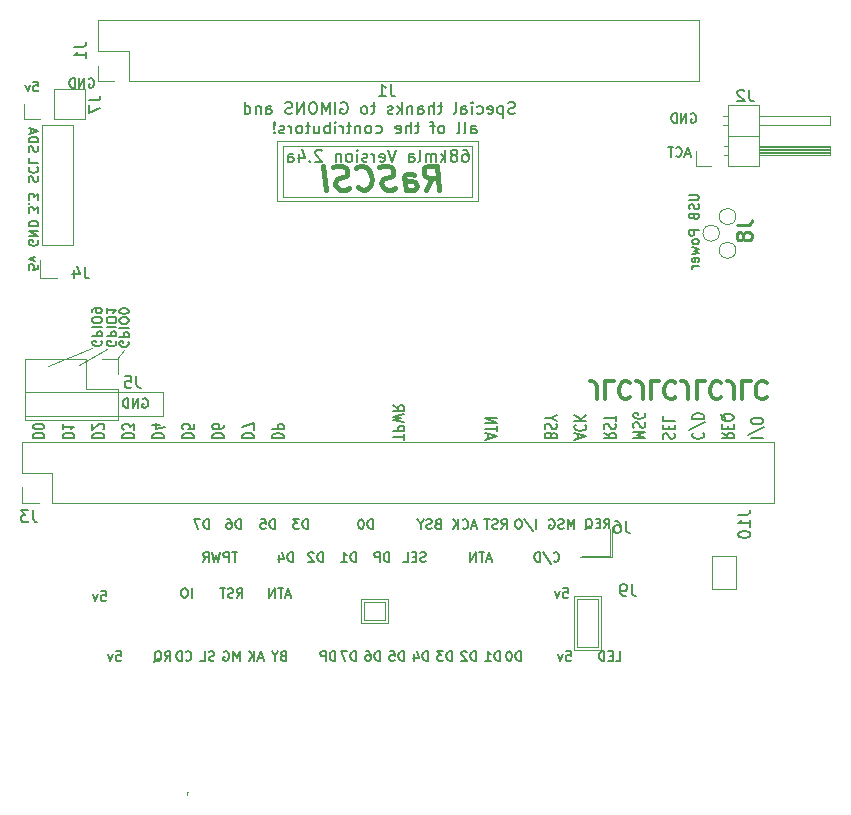
<source format=gbo>
G04 #@! TF.GenerationSoftware,KiCad,Pcbnew,(5.1.9-16-g1737927814)-1*
G04 #@! TF.CreationDate,2021-08-01T21:15:59-05:00*
G04 #@! TF.ProjectId,rascsi_2p4,72617363-7369-45f3-9270-342e6b696361,rev?*
G04 #@! TF.SameCoordinates,Original*
G04 #@! TF.FileFunction,Legend,Bot*
G04 #@! TF.FilePolarity,Positive*
%FSLAX46Y46*%
G04 Gerber Fmt 4.6, Leading zero omitted, Abs format (unit mm)*
G04 Created by KiCad (PCBNEW (5.1.9-16-g1737927814)-1) date 2021-08-01 21:15:59*
%MOMM*%
%LPD*%
G01*
G04 APERTURE LIST*
%ADD10C,0.150000*%
%ADD11C,0.120000*%
%ADD12C,0.300000*%
%ADD13C,0.230000*%
%ADD14C,0.400000*%
G04 APERTURE END LIST*
D10*
X235758380Y-85312476D02*
X236472666Y-85312476D01*
X236615523Y-85264857D01*
X236710761Y-85169619D01*
X236758380Y-85026761D01*
X236758380Y-84931523D01*
X236758380Y-86312476D02*
X236758380Y-85741047D01*
X236758380Y-86026761D02*
X235758380Y-86026761D01*
X235901238Y-85931523D01*
X235996476Y-85836285D01*
X236044095Y-85741047D01*
X235758380Y-86931523D02*
X235758380Y-87026761D01*
X235806000Y-87122000D01*
X235853619Y-87169619D01*
X235948857Y-87217238D01*
X236139333Y-87264857D01*
X236377428Y-87264857D01*
X236567904Y-87217238D01*
X236663142Y-87169619D01*
X236710761Y-87122000D01*
X236758380Y-87026761D01*
X236758380Y-86931523D01*
X236710761Y-86836285D01*
X236663142Y-86788666D01*
X236567904Y-86741047D01*
X236377428Y-86693428D01*
X236139333Y-86693428D01*
X235948857Y-86741047D01*
X235853619Y-86788666D01*
X235806000Y-86836285D01*
X235758380Y-86931523D01*
X226733333Y-91162380D02*
X226733333Y-91876666D01*
X226780952Y-92019523D01*
X226876190Y-92114761D01*
X227019047Y-92162380D01*
X227114285Y-92162380D01*
X226209523Y-92162380D02*
X226019047Y-92162380D01*
X225923809Y-92114761D01*
X225876190Y-92067142D01*
X225780952Y-91924285D01*
X225733333Y-91733809D01*
X225733333Y-91352857D01*
X225780952Y-91257619D01*
X225828571Y-91210000D01*
X225923809Y-91162380D01*
X226114285Y-91162380D01*
X226209523Y-91210000D01*
X226257142Y-91257619D01*
X226304761Y-91352857D01*
X226304761Y-91590952D01*
X226257142Y-91686190D01*
X226209523Y-91733809D01*
X226114285Y-91781428D01*
X225923809Y-91781428D01*
X225828571Y-91733809D01*
X225780952Y-91686190D01*
X225733333Y-91590952D01*
D11*
X203794000Y-94504000D02*
X203794000Y-92472000D01*
X206080000Y-94504000D02*
X203794000Y-94504000D01*
X206080000Y-92472000D02*
X206080000Y-94504000D01*
X203794000Y-92472000D02*
X206080000Y-92472000D01*
X204048000Y-94250000D02*
X204048000Y-92726000D01*
X205826000Y-94250000D02*
X204048000Y-94250000D01*
X205826000Y-92726000D02*
X205826000Y-94250000D01*
X204048000Y-92726000D02*
X205826000Y-92726000D01*
X221828000Y-92218000D02*
X224114000Y-92218000D01*
X221828000Y-96790000D02*
X221828000Y-92218000D01*
X224114000Y-96790000D02*
X221828000Y-96790000D01*
X224114000Y-92218000D02*
X224114000Y-96790000D01*
X222082000Y-96536000D02*
X222082000Y-92472000D01*
X223860000Y-96536000D02*
X222082000Y-96536000D01*
X223860000Y-92472000D02*
X223860000Y-96536000D01*
X222082000Y-92472000D02*
X223860000Y-92472000D01*
D10*
X197850285Y-92097333D02*
X197469333Y-92097333D01*
X197926476Y-92325904D02*
X197659809Y-91525904D01*
X197393142Y-92325904D01*
X197240761Y-91525904D02*
X196783619Y-91525904D01*
X197012190Y-92325904D02*
X197012190Y-91525904D01*
X196516952Y-92325904D02*
X196516952Y-91525904D01*
X196059809Y-92325904D01*
X196059809Y-91525904D01*
X193310095Y-92325904D02*
X193576761Y-91944952D01*
X193767238Y-92325904D02*
X193767238Y-91525904D01*
X193462476Y-91525904D01*
X193386285Y-91564000D01*
X193348190Y-91602095D01*
X193310095Y-91678285D01*
X193310095Y-91792571D01*
X193348190Y-91868761D01*
X193386285Y-91906857D01*
X193462476Y-91944952D01*
X193767238Y-91944952D01*
X193005333Y-92287809D02*
X192891047Y-92325904D01*
X192700571Y-92325904D01*
X192624380Y-92287809D01*
X192586285Y-92249714D01*
X192548190Y-92173523D01*
X192548190Y-92097333D01*
X192586285Y-92021142D01*
X192624380Y-91983047D01*
X192700571Y-91944952D01*
X192852952Y-91906857D01*
X192929142Y-91868761D01*
X192967238Y-91830666D01*
X193005333Y-91754476D01*
X193005333Y-91678285D01*
X192967238Y-91602095D01*
X192929142Y-91564000D01*
X192852952Y-91525904D01*
X192662476Y-91525904D01*
X192548190Y-91564000D01*
X192319619Y-91525904D02*
X191862476Y-91525904D01*
X192091047Y-92325904D02*
X192091047Y-91525904D01*
X189481047Y-92325904D02*
X189481047Y-91525904D01*
X188947714Y-91525904D02*
X188795333Y-91525904D01*
X188719142Y-91564000D01*
X188642952Y-91640190D01*
X188604857Y-91792571D01*
X188604857Y-92059238D01*
X188642952Y-92211619D01*
X188719142Y-92287809D01*
X188795333Y-92325904D01*
X188947714Y-92325904D01*
X189023904Y-92287809D01*
X189100095Y-92211619D01*
X189138190Y-92059238D01*
X189138190Y-91792571D01*
X189100095Y-91640190D01*
X189023904Y-91564000D01*
X188947714Y-91525904D01*
X181810285Y-91779904D02*
X182191238Y-91779904D01*
X182229333Y-92160857D01*
X182191238Y-92122761D01*
X182115047Y-92084666D01*
X181924571Y-92084666D01*
X181848380Y-92122761D01*
X181810285Y-92160857D01*
X181772190Y-92237047D01*
X181772190Y-92427523D01*
X181810285Y-92503714D01*
X181848380Y-92541809D01*
X181924571Y-92579904D01*
X182115047Y-92579904D01*
X182191238Y-92541809D01*
X182229333Y-92503714D01*
X181505523Y-92046571D02*
X181315047Y-92579904D01*
X181124571Y-92046571D01*
X220926285Y-91525904D02*
X221307238Y-91525904D01*
X221345333Y-91906857D01*
X221307238Y-91868761D01*
X221231047Y-91830666D01*
X221040571Y-91830666D01*
X220964380Y-91868761D01*
X220926285Y-91906857D01*
X220888190Y-91983047D01*
X220888190Y-92173523D01*
X220926285Y-92249714D01*
X220964380Y-92287809D01*
X221040571Y-92325904D01*
X221231047Y-92325904D01*
X221307238Y-92287809D01*
X221345333Y-92249714D01*
X220621523Y-91792571D02*
X220431047Y-92325904D01*
X220240571Y-91792571D01*
X225390285Y-97659904D02*
X225771238Y-97659904D01*
X225771238Y-96859904D01*
X225123619Y-97240857D02*
X224856952Y-97240857D01*
X224742666Y-97659904D02*
X225123619Y-97659904D01*
X225123619Y-96859904D01*
X224742666Y-96859904D01*
X224399809Y-97659904D02*
X224399809Y-96859904D01*
X224209333Y-96859904D01*
X224095047Y-96898000D01*
X224018857Y-96974190D01*
X223980761Y-97050380D01*
X223942666Y-97202761D01*
X223942666Y-97317047D01*
X223980761Y-97469428D01*
X224018857Y-97545619D01*
X224095047Y-97621809D01*
X224209333Y-97659904D01*
X224399809Y-97659904D01*
X221180285Y-96859904D02*
X221561238Y-96859904D01*
X221599333Y-97240857D01*
X221561238Y-97202761D01*
X221485047Y-97164666D01*
X221294571Y-97164666D01*
X221218380Y-97202761D01*
X221180285Y-97240857D01*
X221142190Y-97317047D01*
X221142190Y-97507523D01*
X221180285Y-97583714D01*
X221218380Y-97621809D01*
X221294571Y-97659904D01*
X221485047Y-97659904D01*
X221561238Y-97621809D01*
X221599333Y-97583714D01*
X220875523Y-97126571D02*
X220685047Y-97659904D01*
X220494571Y-97126571D01*
X183080285Y-96859904D02*
X183461238Y-96859904D01*
X183499333Y-97240857D01*
X183461238Y-97202761D01*
X183385047Y-97164666D01*
X183194571Y-97164666D01*
X183118380Y-97202761D01*
X183080285Y-97240857D01*
X183042190Y-97317047D01*
X183042190Y-97507523D01*
X183080285Y-97583714D01*
X183118380Y-97621809D01*
X183194571Y-97659904D01*
X183385047Y-97659904D01*
X183461238Y-97621809D01*
X183499333Y-97583714D01*
X182775523Y-97126571D02*
X182585047Y-97659904D01*
X182394571Y-97126571D01*
X187201428Y-97659904D02*
X187468095Y-97278952D01*
X187658571Y-97659904D02*
X187658571Y-96859904D01*
X187353809Y-96859904D01*
X187277619Y-96898000D01*
X187239523Y-96936095D01*
X187201428Y-97012285D01*
X187201428Y-97126571D01*
X187239523Y-97202761D01*
X187277619Y-97240857D01*
X187353809Y-97278952D01*
X187658571Y-97278952D01*
X186325238Y-97736095D02*
X186401428Y-97698000D01*
X186477619Y-97621809D01*
X186591904Y-97507523D01*
X186668095Y-97469428D01*
X186744285Y-97469428D01*
X186706190Y-97659904D02*
X186782380Y-97621809D01*
X186858571Y-97545619D01*
X186896666Y-97393238D01*
X186896666Y-97126571D01*
X186858571Y-96974190D01*
X186782380Y-96898000D01*
X186706190Y-96859904D01*
X186553809Y-96859904D01*
X186477619Y-96898000D01*
X186401428Y-96974190D01*
X186363333Y-97126571D01*
X186363333Y-97393238D01*
X186401428Y-97545619D01*
X186477619Y-97621809D01*
X186553809Y-97659904D01*
X186706190Y-97659904D01*
X188960380Y-97583714D02*
X188998476Y-97621809D01*
X189112761Y-97659904D01*
X189188952Y-97659904D01*
X189303238Y-97621809D01*
X189379428Y-97545619D01*
X189417523Y-97469428D01*
X189455619Y-97317047D01*
X189455619Y-97202761D01*
X189417523Y-97050380D01*
X189379428Y-96974190D01*
X189303238Y-96898000D01*
X189188952Y-96859904D01*
X189112761Y-96859904D01*
X188998476Y-96898000D01*
X188960380Y-96936095D01*
X188617523Y-97659904D02*
X188617523Y-96859904D01*
X188427047Y-96859904D01*
X188312761Y-96898000D01*
X188236571Y-96974190D01*
X188198476Y-97050380D01*
X188160380Y-97202761D01*
X188160380Y-97317047D01*
X188198476Y-97469428D01*
X188236571Y-97545619D01*
X188312761Y-97621809D01*
X188427047Y-97659904D01*
X188617523Y-97659904D01*
X191392380Y-97621809D02*
X191278095Y-97659904D01*
X191087619Y-97659904D01*
X191011428Y-97621809D01*
X190973333Y-97583714D01*
X190935238Y-97507523D01*
X190935238Y-97431333D01*
X190973333Y-97355142D01*
X191011428Y-97317047D01*
X191087619Y-97278952D01*
X191240000Y-97240857D01*
X191316190Y-97202761D01*
X191354285Y-97164666D01*
X191392380Y-97088476D01*
X191392380Y-97012285D01*
X191354285Y-96936095D01*
X191316190Y-96898000D01*
X191240000Y-96859904D01*
X191049523Y-96859904D01*
X190935238Y-96898000D01*
X190211428Y-97659904D02*
X190592380Y-97659904D01*
X190592380Y-96859904D01*
X193538666Y-97659904D02*
X193538666Y-96859904D01*
X193272000Y-97431333D01*
X193005333Y-96859904D01*
X193005333Y-97659904D01*
X192205333Y-96898000D02*
X192281523Y-96859904D01*
X192395809Y-96859904D01*
X192510095Y-96898000D01*
X192586285Y-96974190D01*
X192624380Y-97050380D01*
X192662476Y-97202761D01*
X192662476Y-97317047D01*
X192624380Y-97469428D01*
X192586285Y-97545619D01*
X192510095Y-97621809D01*
X192395809Y-97659904D01*
X192319619Y-97659904D01*
X192205333Y-97621809D01*
X192167238Y-97583714D01*
X192167238Y-97317047D01*
X192319619Y-97317047D01*
X195494476Y-97431333D02*
X195113523Y-97431333D01*
X195570666Y-97659904D02*
X195304000Y-96859904D01*
X195037333Y-97659904D01*
X194770666Y-97659904D02*
X194770666Y-96859904D01*
X194313523Y-97659904D02*
X194656380Y-97202761D01*
X194313523Y-96859904D02*
X194770666Y-97317047D01*
X197221714Y-97240857D02*
X197107428Y-97278952D01*
X197069333Y-97317047D01*
X197031238Y-97393238D01*
X197031238Y-97507523D01*
X197069333Y-97583714D01*
X197107428Y-97621809D01*
X197183619Y-97659904D01*
X197488380Y-97659904D01*
X197488380Y-96859904D01*
X197221714Y-96859904D01*
X197145523Y-96898000D01*
X197107428Y-96936095D01*
X197069333Y-97012285D01*
X197069333Y-97088476D01*
X197107428Y-97164666D01*
X197145523Y-97202761D01*
X197221714Y-97240857D01*
X197488380Y-97240857D01*
X196536000Y-97278952D02*
X196536000Y-97659904D01*
X196802666Y-96859904D02*
X196536000Y-97278952D01*
X196269333Y-96859904D01*
X217338476Y-97659904D02*
X217338476Y-96859904D01*
X217148000Y-96859904D01*
X217033714Y-96898000D01*
X216957523Y-96974190D01*
X216919428Y-97050380D01*
X216881333Y-97202761D01*
X216881333Y-97317047D01*
X216919428Y-97469428D01*
X216957523Y-97545619D01*
X217033714Y-97621809D01*
X217148000Y-97659904D01*
X217338476Y-97659904D01*
X216386095Y-96859904D02*
X216309904Y-96859904D01*
X216233714Y-96898000D01*
X216195619Y-96936095D01*
X216157523Y-97012285D01*
X216119428Y-97164666D01*
X216119428Y-97355142D01*
X216157523Y-97507523D01*
X216195619Y-97583714D01*
X216233714Y-97621809D01*
X216309904Y-97659904D01*
X216386095Y-97659904D01*
X216462285Y-97621809D01*
X216500380Y-97583714D01*
X216538476Y-97507523D01*
X216576571Y-97355142D01*
X216576571Y-97164666D01*
X216538476Y-97012285D01*
X216500380Y-96936095D01*
X216462285Y-96898000D01*
X216386095Y-96859904D01*
X215560476Y-97659904D02*
X215560476Y-96859904D01*
X215370000Y-96859904D01*
X215255714Y-96898000D01*
X215179523Y-96974190D01*
X215141428Y-97050380D01*
X215103333Y-97202761D01*
X215103333Y-97317047D01*
X215141428Y-97469428D01*
X215179523Y-97545619D01*
X215255714Y-97621809D01*
X215370000Y-97659904D01*
X215560476Y-97659904D01*
X214341428Y-97659904D02*
X214798571Y-97659904D01*
X214570000Y-97659904D02*
X214570000Y-96859904D01*
X214646190Y-96974190D01*
X214722380Y-97050380D01*
X214798571Y-97088476D01*
X213528476Y-97659904D02*
X213528476Y-96859904D01*
X213338000Y-96859904D01*
X213223714Y-96898000D01*
X213147523Y-96974190D01*
X213109428Y-97050380D01*
X213071333Y-97202761D01*
X213071333Y-97317047D01*
X213109428Y-97469428D01*
X213147523Y-97545619D01*
X213223714Y-97621809D01*
X213338000Y-97659904D01*
X213528476Y-97659904D01*
X212766571Y-96936095D02*
X212728476Y-96898000D01*
X212652285Y-96859904D01*
X212461809Y-96859904D01*
X212385619Y-96898000D01*
X212347523Y-96936095D01*
X212309428Y-97012285D01*
X212309428Y-97088476D01*
X212347523Y-97202761D01*
X212804666Y-97659904D01*
X212309428Y-97659904D01*
X211496476Y-97659904D02*
X211496476Y-96859904D01*
X211306000Y-96859904D01*
X211191714Y-96898000D01*
X211115523Y-96974190D01*
X211077428Y-97050380D01*
X211039333Y-97202761D01*
X211039333Y-97317047D01*
X211077428Y-97469428D01*
X211115523Y-97545619D01*
X211191714Y-97621809D01*
X211306000Y-97659904D01*
X211496476Y-97659904D01*
X210772666Y-96859904D02*
X210277428Y-96859904D01*
X210544095Y-97164666D01*
X210429809Y-97164666D01*
X210353619Y-97202761D01*
X210315523Y-97240857D01*
X210277428Y-97317047D01*
X210277428Y-97507523D01*
X210315523Y-97583714D01*
X210353619Y-97621809D01*
X210429809Y-97659904D01*
X210658380Y-97659904D01*
X210734571Y-97621809D01*
X210772666Y-97583714D01*
X209464476Y-97659904D02*
X209464476Y-96859904D01*
X209274000Y-96859904D01*
X209159714Y-96898000D01*
X209083523Y-96974190D01*
X209045428Y-97050380D01*
X209007333Y-97202761D01*
X209007333Y-97317047D01*
X209045428Y-97469428D01*
X209083523Y-97545619D01*
X209159714Y-97621809D01*
X209274000Y-97659904D01*
X209464476Y-97659904D01*
X208321619Y-97126571D02*
X208321619Y-97659904D01*
X208512095Y-96821809D02*
X208702571Y-97393238D01*
X208207333Y-97393238D01*
X207432476Y-97659904D02*
X207432476Y-96859904D01*
X207242000Y-96859904D01*
X207127714Y-96898000D01*
X207051523Y-96974190D01*
X207013428Y-97050380D01*
X206975333Y-97202761D01*
X206975333Y-97317047D01*
X207013428Y-97469428D01*
X207051523Y-97545619D01*
X207127714Y-97621809D01*
X207242000Y-97659904D01*
X207432476Y-97659904D01*
X206251523Y-96859904D02*
X206632476Y-96859904D01*
X206670571Y-97240857D01*
X206632476Y-97202761D01*
X206556285Y-97164666D01*
X206365809Y-97164666D01*
X206289619Y-97202761D01*
X206251523Y-97240857D01*
X206213428Y-97317047D01*
X206213428Y-97507523D01*
X206251523Y-97583714D01*
X206289619Y-97621809D01*
X206365809Y-97659904D01*
X206556285Y-97659904D01*
X206632476Y-97621809D01*
X206670571Y-97583714D01*
X205400476Y-97659904D02*
X205400476Y-96859904D01*
X205210000Y-96859904D01*
X205095714Y-96898000D01*
X205019523Y-96974190D01*
X204981428Y-97050380D01*
X204943333Y-97202761D01*
X204943333Y-97317047D01*
X204981428Y-97469428D01*
X205019523Y-97545619D01*
X205095714Y-97621809D01*
X205210000Y-97659904D01*
X205400476Y-97659904D01*
X204257619Y-96859904D02*
X204410000Y-96859904D01*
X204486190Y-96898000D01*
X204524285Y-96936095D01*
X204600476Y-97050380D01*
X204638571Y-97202761D01*
X204638571Y-97507523D01*
X204600476Y-97583714D01*
X204562380Y-97621809D01*
X204486190Y-97659904D01*
X204333809Y-97659904D01*
X204257619Y-97621809D01*
X204219523Y-97583714D01*
X204181428Y-97507523D01*
X204181428Y-97317047D01*
X204219523Y-97240857D01*
X204257619Y-97202761D01*
X204333809Y-97164666D01*
X204486190Y-97164666D01*
X204562380Y-97202761D01*
X204600476Y-97240857D01*
X204638571Y-97317047D01*
X203368476Y-97659904D02*
X203368476Y-96859904D01*
X203178000Y-96859904D01*
X203063714Y-96898000D01*
X202987523Y-96974190D01*
X202949428Y-97050380D01*
X202911333Y-97202761D01*
X202911333Y-97317047D01*
X202949428Y-97469428D01*
X202987523Y-97545619D01*
X203063714Y-97621809D01*
X203178000Y-97659904D01*
X203368476Y-97659904D01*
X202644666Y-96859904D02*
X202111333Y-96859904D01*
X202454190Y-97659904D01*
X201609523Y-97659904D02*
X201609523Y-96859904D01*
X201419047Y-96859904D01*
X201304761Y-96898000D01*
X201228571Y-96974190D01*
X201190476Y-97050380D01*
X201152380Y-97202761D01*
X201152380Y-97317047D01*
X201190476Y-97469428D01*
X201228571Y-97545619D01*
X201304761Y-97621809D01*
X201419047Y-97659904D01*
X201609523Y-97659904D01*
X200809523Y-97659904D02*
X200809523Y-96859904D01*
X200504761Y-96859904D01*
X200428571Y-96898000D01*
X200390476Y-96936095D01*
X200352380Y-97012285D01*
X200352380Y-97126571D01*
X200390476Y-97202761D01*
X200428571Y-97240857D01*
X200504761Y-97278952D01*
X200809523Y-97278952D01*
D12*
X223789428Y-75513428D02*
X223789428Y-74442000D01*
X223718000Y-74227714D01*
X223575142Y-74084857D01*
X223360857Y-74013428D01*
X223218000Y-74013428D01*
X225218000Y-74013428D02*
X224503714Y-74013428D01*
X224503714Y-75513428D01*
X226575142Y-74156285D02*
X226503714Y-74084857D01*
X226289428Y-74013428D01*
X226146571Y-74013428D01*
X225932285Y-74084857D01*
X225789428Y-74227714D01*
X225718000Y-74370571D01*
X225646571Y-74656285D01*
X225646571Y-74870571D01*
X225718000Y-75156285D01*
X225789428Y-75299142D01*
X225932285Y-75442000D01*
X226146571Y-75513428D01*
X226289428Y-75513428D01*
X226503714Y-75442000D01*
X226575142Y-75370571D01*
X227646571Y-75513428D02*
X227646571Y-74442000D01*
X227575142Y-74227714D01*
X227432285Y-74084857D01*
X227218000Y-74013428D01*
X227075142Y-74013428D01*
X229075142Y-74013428D02*
X228360857Y-74013428D01*
X228360857Y-75513428D01*
X230432285Y-74156285D02*
X230360857Y-74084857D01*
X230146571Y-74013428D01*
X230003714Y-74013428D01*
X229789428Y-74084857D01*
X229646571Y-74227714D01*
X229575142Y-74370571D01*
X229503714Y-74656285D01*
X229503714Y-74870571D01*
X229575142Y-75156285D01*
X229646571Y-75299142D01*
X229789428Y-75442000D01*
X230003714Y-75513428D01*
X230146571Y-75513428D01*
X230360857Y-75442000D01*
X230432285Y-75370571D01*
X231503714Y-75513428D02*
X231503714Y-74442000D01*
X231432285Y-74227714D01*
X231289428Y-74084857D01*
X231075142Y-74013428D01*
X230932285Y-74013428D01*
X232932285Y-74013428D02*
X232218000Y-74013428D01*
X232218000Y-75513428D01*
X234289428Y-74156285D02*
X234218000Y-74084857D01*
X234003714Y-74013428D01*
X233860857Y-74013428D01*
X233646571Y-74084857D01*
X233503714Y-74227714D01*
X233432285Y-74370571D01*
X233360857Y-74656285D01*
X233360857Y-74870571D01*
X233432285Y-75156285D01*
X233503714Y-75299142D01*
X233646571Y-75442000D01*
X233860857Y-75513428D01*
X234003714Y-75513428D01*
X234218000Y-75442000D01*
X234289428Y-75370571D01*
X235360857Y-75513428D02*
X235360857Y-74442000D01*
X235289428Y-74227714D01*
X235146571Y-74084857D01*
X234932285Y-74013428D01*
X234789428Y-74013428D01*
X236789428Y-74013428D02*
X236075142Y-74013428D01*
X236075142Y-75513428D01*
X238146571Y-74156285D02*
X238075142Y-74084857D01*
X237860857Y-74013428D01*
X237718000Y-74013428D01*
X237503714Y-74084857D01*
X237360857Y-74227714D01*
X237289428Y-74370571D01*
X237218000Y-74656285D01*
X237218000Y-74870571D01*
X237289428Y-75156285D01*
X237360857Y-75299142D01*
X237503714Y-75442000D01*
X237718000Y-75513428D01*
X237860857Y-75513428D01*
X238075142Y-75442000D01*
X238146571Y-75370571D01*
D10*
X218602095Y-86483904D02*
X218602095Y-85683904D01*
X217649714Y-85645809D02*
X218335428Y-86674380D01*
X217230666Y-85683904D02*
X217078285Y-85683904D01*
X217002095Y-85722000D01*
X216925904Y-85798190D01*
X216887809Y-85950571D01*
X216887809Y-86217238D01*
X216925904Y-86369619D01*
X217002095Y-86445809D01*
X217078285Y-86483904D01*
X217230666Y-86483904D01*
X217306857Y-86445809D01*
X217383047Y-86369619D01*
X217421142Y-86217238D01*
X217421142Y-85950571D01*
X217383047Y-85798190D01*
X217306857Y-85722000D01*
X217230666Y-85683904D01*
X215703095Y-86483904D02*
X215969761Y-86102952D01*
X216160238Y-86483904D02*
X216160238Y-85683904D01*
X215855476Y-85683904D01*
X215779285Y-85722000D01*
X215741190Y-85760095D01*
X215703095Y-85836285D01*
X215703095Y-85950571D01*
X215741190Y-86026761D01*
X215779285Y-86064857D01*
X215855476Y-86102952D01*
X216160238Y-86102952D01*
X215398333Y-86445809D02*
X215284047Y-86483904D01*
X215093571Y-86483904D01*
X215017380Y-86445809D01*
X214979285Y-86407714D01*
X214941190Y-86331523D01*
X214941190Y-86255333D01*
X214979285Y-86179142D01*
X215017380Y-86141047D01*
X215093571Y-86102952D01*
X215245952Y-86064857D01*
X215322142Y-86026761D01*
X215360238Y-85988666D01*
X215398333Y-85912476D01*
X215398333Y-85836285D01*
X215360238Y-85760095D01*
X215322142Y-85722000D01*
X215245952Y-85683904D01*
X215055476Y-85683904D01*
X214941190Y-85722000D01*
X214712619Y-85683904D02*
X214255476Y-85683904D01*
X214484047Y-86483904D02*
X214484047Y-85683904D01*
X209280285Y-89239809D02*
X209166000Y-89277904D01*
X208975523Y-89277904D01*
X208899333Y-89239809D01*
X208861238Y-89201714D01*
X208823142Y-89125523D01*
X208823142Y-89049333D01*
X208861238Y-88973142D01*
X208899333Y-88935047D01*
X208975523Y-88896952D01*
X209127904Y-88858857D01*
X209204095Y-88820761D01*
X209242190Y-88782666D01*
X209280285Y-88706476D01*
X209280285Y-88630285D01*
X209242190Y-88554095D01*
X209204095Y-88516000D01*
X209127904Y-88477904D01*
X208937428Y-88477904D01*
X208823142Y-88516000D01*
X208480285Y-88858857D02*
X208213619Y-88858857D01*
X208099333Y-89277904D02*
X208480285Y-89277904D01*
X208480285Y-88477904D01*
X208099333Y-88477904D01*
X207375523Y-89277904D02*
X207756476Y-89277904D01*
X207756476Y-88477904D01*
X204806476Y-86483904D02*
X204806476Y-85683904D01*
X204616000Y-85683904D01*
X204501714Y-85722000D01*
X204425523Y-85798190D01*
X204387428Y-85874380D01*
X204349333Y-86026761D01*
X204349333Y-86141047D01*
X204387428Y-86293428D01*
X204425523Y-86369619D01*
X204501714Y-86445809D01*
X204616000Y-86483904D01*
X204806476Y-86483904D01*
X203854095Y-85683904D02*
X203777904Y-85683904D01*
X203701714Y-85722000D01*
X203663619Y-85760095D01*
X203625523Y-85836285D01*
X203587428Y-85988666D01*
X203587428Y-86179142D01*
X203625523Y-86331523D01*
X203663619Y-86407714D01*
X203701714Y-86445809D01*
X203777904Y-86483904D01*
X203854095Y-86483904D01*
X203930285Y-86445809D01*
X203968380Y-86407714D01*
X204006476Y-86331523D01*
X204044571Y-86179142D01*
X204044571Y-85988666D01*
X204006476Y-85836285D01*
X203968380Y-85760095D01*
X203930285Y-85722000D01*
X203854095Y-85683904D01*
X196510476Y-86483904D02*
X196510476Y-85683904D01*
X196320000Y-85683904D01*
X196205714Y-85722000D01*
X196129523Y-85798190D01*
X196091428Y-85874380D01*
X196053333Y-86026761D01*
X196053333Y-86141047D01*
X196091428Y-86293428D01*
X196129523Y-86369619D01*
X196205714Y-86445809D01*
X196320000Y-86483904D01*
X196510476Y-86483904D01*
X195329523Y-85683904D02*
X195710476Y-85683904D01*
X195748571Y-86064857D01*
X195710476Y-86026761D01*
X195634285Y-85988666D01*
X195443809Y-85988666D01*
X195367619Y-86026761D01*
X195329523Y-86064857D01*
X195291428Y-86141047D01*
X195291428Y-86331523D01*
X195329523Y-86407714D01*
X195367619Y-86445809D01*
X195443809Y-86483904D01*
X195634285Y-86483904D01*
X195710476Y-86445809D01*
X195748571Y-86407714D01*
X210302666Y-86064857D02*
X210188380Y-86102952D01*
X210150285Y-86141047D01*
X210112190Y-86217238D01*
X210112190Y-86331523D01*
X210150285Y-86407714D01*
X210188380Y-86445809D01*
X210264571Y-86483904D01*
X210569333Y-86483904D01*
X210569333Y-85683904D01*
X210302666Y-85683904D01*
X210226476Y-85722000D01*
X210188380Y-85760095D01*
X210150285Y-85836285D01*
X210150285Y-85912476D01*
X210188380Y-85988666D01*
X210226476Y-86026761D01*
X210302666Y-86064857D01*
X210569333Y-86064857D01*
X209807428Y-86445809D02*
X209693142Y-86483904D01*
X209502666Y-86483904D01*
X209426476Y-86445809D01*
X209388380Y-86407714D01*
X209350285Y-86331523D01*
X209350285Y-86255333D01*
X209388380Y-86179142D01*
X209426476Y-86141047D01*
X209502666Y-86102952D01*
X209655047Y-86064857D01*
X209731238Y-86026761D01*
X209769333Y-85988666D01*
X209807428Y-85912476D01*
X209807428Y-85836285D01*
X209769333Y-85760095D01*
X209731238Y-85722000D01*
X209655047Y-85683904D01*
X209464571Y-85683904D01*
X209350285Y-85722000D01*
X208855047Y-86102952D02*
X208855047Y-86483904D01*
X209121714Y-85683904D02*
X208855047Y-86102952D01*
X208588380Y-85683904D01*
X193630476Y-86483904D02*
X193630476Y-85683904D01*
X193440000Y-85683904D01*
X193325714Y-85722000D01*
X193249523Y-85798190D01*
X193211428Y-85874380D01*
X193173333Y-86026761D01*
X193173333Y-86141047D01*
X193211428Y-86293428D01*
X193249523Y-86369619D01*
X193325714Y-86445809D01*
X193440000Y-86483904D01*
X193630476Y-86483904D01*
X192487619Y-85683904D02*
X192640000Y-85683904D01*
X192716190Y-85722000D01*
X192754285Y-85760095D01*
X192830476Y-85874380D01*
X192868571Y-86026761D01*
X192868571Y-86331523D01*
X192830476Y-86407714D01*
X192792380Y-86445809D01*
X192716190Y-86483904D01*
X192563809Y-86483904D01*
X192487619Y-86445809D01*
X192449523Y-86407714D01*
X192411428Y-86331523D01*
X192411428Y-86141047D01*
X192449523Y-86064857D01*
X192487619Y-86026761D01*
X192563809Y-85988666D01*
X192716190Y-85988666D01*
X192792380Y-86026761D01*
X192830476Y-86064857D01*
X192868571Y-86141047D01*
X203368476Y-89277904D02*
X203368476Y-88477904D01*
X203178000Y-88477904D01*
X203063714Y-88516000D01*
X202987523Y-88592190D01*
X202949428Y-88668380D01*
X202911333Y-88820761D01*
X202911333Y-88935047D01*
X202949428Y-89087428D01*
X202987523Y-89163619D01*
X203063714Y-89239809D01*
X203178000Y-89277904D01*
X203368476Y-89277904D01*
X202149428Y-89277904D02*
X202606571Y-89277904D01*
X202378000Y-89277904D02*
X202378000Y-88477904D01*
X202454190Y-88592190D01*
X202530380Y-88668380D01*
X202606571Y-88706476D01*
X198034476Y-89277904D02*
X198034476Y-88477904D01*
X197844000Y-88477904D01*
X197729714Y-88516000D01*
X197653523Y-88592190D01*
X197615428Y-88668380D01*
X197577333Y-88820761D01*
X197577333Y-88935047D01*
X197615428Y-89087428D01*
X197653523Y-89163619D01*
X197729714Y-89239809D01*
X197844000Y-89277904D01*
X198034476Y-89277904D01*
X196891619Y-88744571D02*
X196891619Y-89277904D01*
X197082095Y-88439809D02*
X197272571Y-89011238D01*
X196777333Y-89011238D01*
X200574476Y-89277904D02*
X200574476Y-88477904D01*
X200384000Y-88477904D01*
X200269714Y-88516000D01*
X200193523Y-88592190D01*
X200155428Y-88668380D01*
X200117333Y-88820761D01*
X200117333Y-88935047D01*
X200155428Y-89087428D01*
X200193523Y-89163619D01*
X200269714Y-89239809D01*
X200384000Y-89277904D01*
X200574476Y-89277904D01*
X199812571Y-88554095D02*
X199774476Y-88516000D01*
X199698285Y-88477904D01*
X199507809Y-88477904D01*
X199431619Y-88516000D01*
X199393523Y-88554095D01*
X199355428Y-88630285D01*
X199355428Y-88706476D01*
X199393523Y-88820761D01*
X199850666Y-89277904D01*
X199355428Y-89277904D01*
X221859619Y-86483904D02*
X221859619Y-85683904D01*
X221592952Y-86255333D01*
X221326285Y-85683904D01*
X221326285Y-86483904D01*
X220983428Y-86445809D02*
X220869142Y-86483904D01*
X220678666Y-86483904D01*
X220602476Y-86445809D01*
X220564380Y-86407714D01*
X220526285Y-86331523D01*
X220526285Y-86255333D01*
X220564380Y-86179142D01*
X220602476Y-86141047D01*
X220678666Y-86102952D01*
X220831047Y-86064857D01*
X220907238Y-86026761D01*
X220945333Y-85988666D01*
X220983428Y-85912476D01*
X220983428Y-85836285D01*
X220945333Y-85760095D01*
X220907238Y-85722000D01*
X220831047Y-85683904D01*
X220640571Y-85683904D01*
X220526285Y-85722000D01*
X219764380Y-85722000D02*
X219840571Y-85683904D01*
X219954857Y-85683904D01*
X220069142Y-85722000D01*
X220145333Y-85798190D01*
X220183428Y-85874380D01*
X220221523Y-86026761D01*
X220221523Y-86141047D01*
X220183428Y-86293428D01*
X220145333Y-86369619D01*
X220069142Y-86445809D01*
X219954857Y-86483904D01*
X219878666Y-86483904D01*
X219764380Y-86445809D01*
X219726285Y-86407714D01*
X219726285Y-86141047D01*
X219878666Y-86141047D01*
X193341714Y-88477904D02*
X192884571Y-88477904D01*
X193113142Y-89277904D02*
X193113142Y-88477904D01*
X192617904Y-89277904D02*
X192617904Y-88477904D01*
X192313142Y-88477904D01*
X192236952Y-88516000D01*
X192198857Y-88554095D01*
X192160761Y-88630285D01*
X192160761Y-88744571D01*
X192198857Y-88820761D01*
X192236952Y-88858857D01*
X192313142Y-88896952D01*
X192617904Y-88896952D01*
X191894095Y-88477904D02*
X191703619Y-89277904D01*
X191551238Y-88706476D01*
X191398857Y-89277904D01*
X191208380Y-88477904D01*
X190446476Y-89277904D02*
X190713142Y-88896952D01*
X190903619Y-89277904D02*
X190903619Y-88477904D01*
X190598857Y-88477904D01*
X190522666Y-88516000D01*
X190484571Y-88554095D01*
X190446476Y-88630285D01*
X190446476Y-88744571D01*
X190484571Y-88820761D01*
X190522666Y-88858857D01*
X190598857Y-88896952D01*
X190903619Y-88896952D01*
X199304476Y-86483904D02*
X199304476Y-85683904D01*
X199114000Y-85683904D01*
X198999714Y-85722000D01*
X198923523Y-85798190D01*
X198885428Y-85874380D01*
X198847333Y-86026761D01*
X198847333Y-86141047D01*
X198885428Y-86293428D01*
X198923523Y-86369619D01*
X198999714Y-86445809D01*
X199114000Y-86483904D01*
X199304476Y-86483904D01*
X198580666Y-85683904D02*
X198085428Y-85683904D01*
X198352095Y-85988666D01*
X198237809Y-85988666D01*
X198161619Y-86026761D01*
X198123523Y-86064857D01*
X198085428Y-86141047D01*
X198085428Y-86331523D01*
X198123523Y-86407714D01*
X198161619Y-86445809D01*
X198237809Y-86483904D01*
X198466380Y-86483904D01*
X198542571Y-86445809D01*
X198580666Y-86407714D01*
X220113428Y-89201714D02*
X220151523Y-89239809D01*
X220265809Y-89277904D01*
X220342000Y-89277904D01*
X220456285Y-89239809D01*
X220532476Y-89163619D01*
X220570571Y-89087428D01*
X220608666Y-88935047D01*
X220608666Y-88820761D01*
X220570571Y-88668380D01*
X220532476Y-88592190D01*
X220456285Y-88516000D01*
X220342000Y-88477904D01*
X220265809Y-88477904D01*
X220151523Y-88516000D01*
X220113428Y-88554095D01*
X219199142Y-88439809D02*
X219884857Y-89468380D01*
X218932476Y-89277904D02*
X218932476Y-88477904D01*
X218742000Y-88477904D01*
X218627714Y-88516000D01*
X218551523Y-88592190D01*
X218513428Y-88668380D01*
X218475333Y-88820761D01*
X218475333Y-88935047D01*
X218513428Y-89087428D01*
X218551523Y-89163619D01*
X218627714Y-89239809D01*
X218742000Y-89277904D01*
X218932476Y-89277904D01*
X213588476Y-86258429D02*
X213207523Y-86258429D01*
X213664666Y-86487000D02*
X213398000Y-85687000D01*
X213131333Y-86487000D01*
X212407523Y-86410810D02*
X212445619Y-86448905D01*
X212559904Y-86487000D01*
X212636095Y-86487000D01*
X212750380Y-86448905D01*
X212826571Y-86372715D01*
X212864666Y-86296524D01*
X212902761Y-86144143D01*
X212902761Y-86029857D01*
X212864666Y-85877476D01*
X212826571Y-85801286D01*
X212750380Y-85725096D01*
X212636095Y-85687000D01*
X212559904Y-85687000D01*
X212445619Y-85725096D01*
X212407523Y-85763191D01*
X212064666Y-86487000D02*
X212064666Y-85687000D01*
X211607523Y-86487000D02*
X211950380Y-86029857D01*
X211607523Y-85687000D02*
X212064666Y-86144143D01*
X214868285Y-89049333D02*
X214487333Y-89049333D01*
X214944476Y-89277904D02*
X214677809Y-88477904D01*
X214411142Y-89277904D01*
X214258761Y-88477904D02*
X213801619Y-88477904D01*
X214030190Y-89277904D02*
X214030190Y-88477904D01*
X213534952Y-89277904D02*
X213534952Y-88477904D01*
X213077809Y-89277904D01*
X213077809Y-88477904D01*
X206181523Y-89277904D02*
X206181523Y-88477904D01*
X205991047Y-88477904D01*
X205876761Y-88516000D01*
X205800571Y-88592190D01*
X205762476Y-88668380D01*
X205724380Y-88820761D01*
X205724380Y-88935047D01*
X205762476Y-89087428D01*
X205800571Y-89163619D01*
X205876761Y-89239809D01*
X205991047Y-89277904D01*
X206181523Y-89277904D01*
X205381523Y-89277904D02*
X205381523Y-88477904D01*
X205076761Y-88477904D01*
X205000571Y-88516000D01*
X204962476Y-88554095D01*
X204924380Y-88630285D01*
X204924380Y-88744571D01*
X204962476Y-88820761D01*
X205000571Y-88858857D01*
X205076761Y-88896952D01*
X205381523Y-88896952D01*
X190922476Y-86483904D02*
X190922476Y-85683904D01*
X190732000Y-85683904D01*
X190617714Y-85722000D01*
X190541523Y-85798190D01*
X190503428Y-85874380D01*
X190465333Y-86026761D01*
X190465333Y-86141047D01*
X190503428Y-86293428D01*
X190541523Y-86369619D01*
X190617714Y-86445809D01*
X190732000Y-86483904D01*
X190922476Y-86483904D01*
X190198666Y-85683904D02*
X189665333Y-85683904D01*
X190008190Y-86483904D01*
X224393333Y-86448904D02*
X224660000Y-86067952D01*
X224850476Y-86448904D02*
X224850476Y-85648904D01*
X224545714Y-85648904D01*
X224469523Y-85687000D01*
X224431428Y-85725095D01*
X224393333Y-85801285D01*
X224393333Y-85915571D01*
X224431428Y-85991761D01*
X224469523Y-86029857D01*
X224545714Y-86067952D01*
X224850476Y-86067952D01*
X224050476Y-86029857D02*
X223783809Y-86029857D01*
X223669523Y-86448904D02*
X224050476Y-86448904D01*
X224050476Y-85648904D01*
X223669523Y-85648904D01*
X222793333Y-86525095D02*
X222869523Y-86487000D01*
X222945714Y-86410809D01*
X223060000Y-86296523D01*
X223136190Y-86258428D01*
X223212380Y-86258428D01*
X223174285Y-86448904D02*
X223250476Y-86410809D01*
X223326666Y-86334619D01*
X223364761Y-86182238D01*
X223364761Y-85915571D01*
X223326666Y-85763190D01*
X223250476Y-85687000D01*
X223174285Y-85648904D01*
X223021904Y-85648904D01*
X222945714Y-85687000D01*
X222869523Y-85763190D01*
X222831428Y-85915571D01*
X222831428Y-86182238D01*
X222869523Y-86334619D01*
X222945714Y-86410809D01*
X223021904Y-86448904D01*
X223174285Y-86448904D01*
X236847119Y-78822476D02*
X237847119Y-78822476D01*
X237894738Y-77870095D02*
X236609023Y-78555809D01*
X237847119Y-77451047D02*
X237847119Y-77298666D01*
X237799500Y-77222476D01*
X237704261Y-77146285D01*
X237513785Y-77108190D01*
X237180452Y-77108190D01*
X236989976Y-77146285D01*
X236894738Y-77222476D01*
X236847119Y-77298666D01*
X236847119Y-77451047D01*
X236894738Y-77527238D01*
X236989976Y-77603428D01*
X237180452Y-77641523D01*
X237513785Y-77641523D01*
X237704261Y-77603428D01*
X237799500Y-77527238D01*
X237847119Y-77451047D01*
X234352471Y-78365333D02*
X234828661Y-78632000D01*
X234352471Y-78822476D02*
X235352471Y-78822476D01*
X235352471Y-78517714D01*
X235304852Y-78441523D01*
X235257232Y-78403428D01*
X235161994Y-78365333D01*
X235019137Y-78365333D01*
X234923899Y-78403428D01*
X234876280Y-78441523D01*
X234828661Y-78517714D01*
X234828661Y-78822476D01*
X234876280Y-78022476D02*
X234876280Y-77755809D01*
X234352471Y-77641523D02*
X234352471Y-78022476D01*
X235352471Y-78022476D01*
X235352471Y-77641523D01*
X234257232Y-76765333D02*
X234304852Y-76841523D01*
X234400090Y-76917714D01*
X234542947Y-77032000D01*
X234590566Y-77108190D01*
X234590566Y-77184380D01*
X234352471Y-77146285D02*
X234400090Y-77222476D01*
X234495328Y-77298666D01*
X234685804Y-77336761D01*
X235019137Y-77336761D01*
X235209613Y-77298666D01*
X235304852Y-77222476D01*
X235352471Y-77146285D01*
X235352471Y-76993904D01*
X235304852Y-76917714D01*
X235209613Y-76841523D01*
X235019137Y-76803428D01*
X234685804Y-76803428D01*
X234495328Y-76841523D01*
X234400090Y-76917714D01*
X234352471Y-76993904D01*
X234352471Y-77146285D01*
X231953067Y-78365333D02*
X231905448Y-78403428D01*
X231857829Y-78517714D01*
X231857829Y-78593905D01*
X231905448Y-78708190D01*
X232000686Y-78784381D01*
X232095924Y-78822476D01*
X232286400Y-78860571D01*
X232429257Y-78860571D01*
X232619733Y-78822476D01*
X232714971Y-78784381D01*
X232810210Y-78708190D01*
X232857829Y-78593905D01*
X232857829Y-78517714D01*
X232810210Y-78403428D01*
X232762590Y-78365333D01*
X232905448Y-77451047D02*
X231619733Y-78136762D01*
X231857829Y-77184381D02*
X232857829Y-77184381D01*
X232857829Y-76993905D01*
X232810210Y-76879619D01*
X232714971Y-76803428D01*
X232619733Y-76765333D01*
X232429257Y-76727238D01*
X232286400Y-76727238D01*
X232095924Y-76765333D01*
X232000686Y-76803428D01*
X231905448Y-76879619D01*
X231857829Y-76993905D01*
X231857829Y-77184381D01*
X229410806Y-78860571D02*
X229363187Y-78746286D01*
X229363187Y-78555809D01*
X229410806Y-78479619D01*
X229458425Y-78441524D01*
X229553663Y-78403428D01*
X229648901Y-78403428D01*
X229744139Y-78441524D01*
X229791758Y-78479619D01*
X229839377Y-78555809D01*
X229886996Y-78708190D01*
X229934615Y-78784381D01*
X229982234Y-78822476D01*
X230077472Y-78860571D01*
X230172710Y-78860571D01*
X230267948Y-78822476D01*
X230315568Y-78784381D01*
X230363187Y-78708190D01*
X230363187Y-78517714D01*
X230315568Y-78403428D01*
X229886996Y-78060571D02*
X229886996Y-77793905D01*
X229363187Y-77679619D02*
X229363187Y-78060571D01*
X230363187Y-78060571D01*
X230363187Y-77679619D01*
X229363187Y-76955809D02*
X229363187Y-77336762D01*
X230363187Y-77336762D01*
X226868545Y-78822477D02*
X227868545Y-78822477D01*
X227154259Y-78555810D01*
X227868545Y-78289143D01*
X226868545Y-78289143D01*
X226916164Y-77946286D02*
X226868545Y-77832000D01*
X226868545Y-77641524D01*
X226916164Y-77565334D01*
X226963783Y-77527238D01*
X227059021Y-77489143D01*
X227154259Y-77489143D01*
X227249497Y-77527238D01*
X227297116Y-77565334D01*
X227344735Y-77641524D01*
X227392354Y-77793905D01*
X227439973Y-77870096D01*
X227487592Y-77908191D01*
X227582830Y-77946286D01*
X227678068Y-77946286D01*
X227773306Y-77908191D01*
X227820926Y-77870096D01*
X227868545Y-77793905D01*
X227868545Y-77603429D01*
X227820926Y-77489143D01*
X227820926Y-76727238D02*
X227868545Y-76803429D01*
X227868545Y-76917715D01*
X227820926Y-77032000D01*
X227725687Y-77108191D01*
X227630449Y-77146286D01*
X227439973Y-77184381D01*
X227297116Y-77184381D01*
X227106640Y-77146286D01*
X227011402Y-77108191D01*
X226916164Y-77032000D01*
X226868545Y-76917715D01*
X226868545Y-76841524D01*
X226916164Y-76727238D01*
X226963783Y-76689143D01*
X227297116Y-76689143D01*
X227297116Y-76841524D01*
X224373903Y-78365333D02*
X224850093Y-78631999D01*
X224373903Y-78822476D02*
X225373903Y-78822476D01*
X225373903Y-78517714D01*
X225326284Y-78441523D01*
X225278664Y-78403428D01*
X225183426Y-78365333D01*
X225040569Y-78365333D01*
X224945331Y-78403428D01*
X224897712Y-78441523D01*
X224850093Y-78517714D01*
X224850093Y-78822476D01*
X224421522Y-78060571D02*
X224373903Y-77946285D01*
X224373903Y-77755809D01*
X224421522Y-77679618D01*
X224469141Y-77641523D01*
X224564379Y-77603428D01*
X224659617Y-77603428D01*
X224754855Y-77641523D01*
X224802474Y-77679618D01*
X224850093Y-77755809D01*
X224897712Y-77908190D01*
X224945331Y-77984380D01*
X224992950Y-78022476D01*
X225088188Y-78060571D01*
X225183426Y-78060571D01*
X225278664Y-78022476D01*
X225326284Y-77984380D01*
X225373903Y-77908190D01*
X225373903Y-77717714D01*
X225326284Y-77603428D01*
X225373903Y-77374857D02*
X225373903Y-76917714D01*
X224373903Y-77146285D02*
X225373903Y-77146285D01*
X222164975Y-78860572D02*
X222164975Y-78479619D01*
X221879261Y-78936762D02*
X222879261Y-78670096D01*
X221879261Y-78403429D01*
X221974499Y-77679619D02*
X221926880Y-77717715D01*
X221879261Y-77832000D01*
X221879261Y-77908191D01*
X221926880Y-78022476D01*
X222022118Y-78098667D01*
X222117356Y-78136762D01*
X222307832Y-78174857D01*
X222450689Y-78174857D01*
X222641165Y-78136762D01*
X222736403Y-78098667D01*
X222831642Y-78022476D01*
X222879261Y-77908191D01*
X222879261Y-77832000D01*
X222831642Y-77717715D01*
X222784022Y-77679619D01*
X221879261Y-77336762D02*
X222879261Y-77336762D01*
X221879261Y-76879619D02*
X222450689Y-77222476D01*
X222879261Y-76879619D02*
X222307832Y-77336762D01*
X219908428Y-78555809D02*
X219860809Y-78441523D01*
X219813190Y-78403428D01*
X219717952Y-78365333D01*
X219575095Y-78365333D01*
X219479857Y-78403428D01*
X219432238Y-78441523D01*
X219384619Y-78517714D01*
X219384619Y-78822476D01*
X220384619Y-78822476D01*
X220384619Y-78555809D01*
X220337000Y-78479619D01*
X220289380Y-78441523D01*
X220194142Y-78403428D01*
X220098904Y-78403428D01*
X220003666Y-78441523D01*
X219956047Y-78479619D01*
X219908428Y-78555809D01*
X219908428Y-78822476D01*
X219432238Y-78060571D02*
X219384619Y-77946285D01*
X219384619Y-77755809D01*
X219432238Y-77679619D01*
X219479857Y-77641523D01*
X219575095Y-77603428D01*
X219670333Y-77603428D01*
X219765571Y-77641523D01*
X219813190Y-77679619D01*
X219860809Y-77755809D01*
X219908428Y-77908190D01*
X219956047Y-77984381D01*
X220003666Y-78022476D01*
X220098904Y-78060571D01*
X220194142Y-78060571D01*
X220289380Y-78022476D01*
X220337000Y-77984381D01*
X220384619Y-77908190D01*
X220384619Y-77717714D01*
X220337000Y-77603428D01*
X219860809Y-77108190D02*
X219384619Y-77108190D01*
X220384619Y-77374857D02*
X219860809Y-77108190D01*
X220384619Y-76841523D01*
X214590333Y-78860571D02*
X214590333Y-78479619D01*
X214304619Y-78936762D02*
X215304619Y-78670095D01*
X214304619Y-78403428D01*
X215304619Y-78251047D02*
X215304619Y-77793905D01*
X214304619Y-78022476D02*
X215304619Y-78022476D01*
X214304619Y-77527238D02*
X215304619Y-77527238D01*
X214304619Y-77070095D01*
X215304619Y-77070095D01*
X207494119Y-78936762D02*
X207494119Y-78479619D01*
X206494119Y-78708190D02*
X207494119Y-78708190D01*
X206494119Y-78212952D02*
X207494119Y-78212952D01*
X207494119Y-77908190D01*
X207446500Y-77832000D01*
X207398880Y-77793905D01*
X207303642Y-77755809D01*
X207160785Y-77755809D01*
X207065547Y-77793905D01*
X207017928Y-77832000D01*
X206970309Y-77908190D01*
X206970309Y-78212952D01*
X207494119Y-77489143D02*
X206494119Y-77298667D01*
X207208404Y-77146286D01*
X206494119Y-76993905D01*
X207494119Y-76803428D01*
X206494119Y-76041524D02*
X206970309Y-76308190D01*
X206494119Y-76498667D02*
X207494119Y-76498667D01*
X207494119Y-76193905D01*
X207446500Y-76117714D01*
X207398880Y-76079619D01*
X207303642Y-76041524D01*
X207160785Y-76041524D01*
X207065547Y-76079619D01*
X207017928Y-76117714D01*
X206970309Y-76193905D01*
X206970309Y-76498667D01*
X196270619Y-78841523D02*
X197270619Y-78841523D01*
X197270619Y-78651047D01*
X197223000Y-78536761D01*
X197127761Y-78460571D01*
X197032523Y-78422476D01*
X196842047Y-78384380D01*
X196699190Y-78384380D01*
X196508714Y-78422476D01*
X196413476Y-78460571D01*
X196318238Y-78536761D01*
X196270619Y-78651047D01*
X196270619Y-78841523D01*
X196270619Y-78041523D02*
X197270619Y-78041523D01*
X197270619Y-77736761D01*
X197223000Y-77660571D01*
X197175380Y-77622476D01*
X197080142Y-77584380D01*
X196937285Y-77584380D01*
X196842047Y-77622476D01*
X196794428Y-77660571D01*
X196746809Y-77736761D01*
X196746809Y-78041523D01*
X193738553Y-78822476D02*
X194738553Y-78822476D01*
X194738553Y-78632000D01*
X194690934Y-78517714D01*
X194595695Y-78441523D01*
X194500457Y-78403428D01*
X194309981Y-78365333D01*
X194167124Y-78365333D01*
X193976648Y-78403428D01*
X193881410Y-78441523D01*
X193786172Y-78517714D01*
X193738553Y-78632000D01*
X193738553Y-78822476D01*
X194738553Y-78098666D02*
X194738553Y-77565333D01*
X193738553Y-77908190D01*
X191206491Y-78822476D02*
X192206491Y-78822476D01*
X192206491Y-78632000D01*
X192158872Y-78517714D01*
X192063633Y-78441523D01*
X191968395Y-78403428D01*
X191777919Y-78365333D01*
X191635062Y-78365333D01*
X191444586Y-78403428D01*
X191349348Y-78441523D01*
X191254110Y-78517714D01*
X191206491Y-78632000D01*
X191206491Y-78822476D01*
X192206491Y-77679619D02*
X192206491Y-77832000D01*
X192158872Y-77908190D01*
X192111252Y-77946285D01*
X191968395Y-78022476D01*
X191777919Y-78060571D01*
X191396967Y-78060571D01*
X191301729Y-78022476D01*
X191254110Y-77984380D01*
X191206491Y-77908190D01*
X191206491Y-77755809D01*
X191254110Y-77679619D01*
X191301729Y-77641523D01*
X191396967Y-77603428D01*
X191635062Y-77603428D01*
X191730300Y-77641523D01*
X191777919Y-77679619D01*
X191825538Y-77755809D01*
X191825538Y-77908190D01*
X191777919Y-77984380D01*
X191730300Y-78022476D01*
X191635062Y-78060571D01*
X188674429Y-78822476D02*
X189674429Y-78822476D01*
X189674429Y-78632000D01*
X189626810Y-78517714D01*
X189531571Y-78441523D01*
X189436333Y-78403428D01*
X189245857Y-78365333D01*
X189103000Y-78365333D01*
X188912524Y-78403428D01*
X188817286Y-78441523D01*
X188722048Y-78517714D01*
X188674429Y-78632000D01*
X188674429Y-78822476D01*
X189674429Y-77641523D02*
X189674429Y-78022476D01*
X189198238Y-78060571D01*
X189245857Y-78022476D01*
X189293476Y-77946285D01*
X189293476Y-77755809D01*
X189245857Y-77679619D01*
X189198238Y-77641523D01*
X189103000Y-77603428D01*
X188864905Y-77603428D01*
X188769667Y-77641523D01*
X188722048Y-77679619D01*
X188674429Y-77755809D01*
X188674429Y-77946285D01*
X188722048Y-78022476D01*
X188769667Y-78060571D01*
X186142367Y-78822476D02*
X187142367Y-78822476D01*
X187142367Y-78632000D01*
X187094748Y-78517714D01*
X186999509Y-78441523D01*
X186904271Y-78403428D01*
X186713795Y-78365333D01*
X186570938Y-78365333D01*
X186380462Y-78403428D01*
X186285224Y-78441523D01*
X186189986Y-78517714D01*
X186142367Y-78632000D01*
X186142367Y-78822476D01*
X186809033Y-77679619D02*
X186142367Y-77679619D01*
X187189986Y-77870095D02*
X186475700Y-78060571D01*
X186475700Y-77565333D01*
X183610305Y-78822476D02*
X184610305Y-78822476D01*
X184610305Y-78632000D01*
X184562686Y-78517714D01*
X184467447Y-78441523D01*
X184372209Y-78403428D01*
X184181733Y-78365333D01*
X184038876Y-78365333D01*
X183848400Y-78403428D01*
X183753162Y-78441523D01*
X183657924Y-78517714D01*
X183610305Y-78632000D01*
X183610305Y-78822476D01*
X184610305Y-78098666D02*
X184610305Y-77603428D01*
X184229352Y-77870095D01*
X184229352Y-77755809D01*
X184181733Y-77679619D01*
X184134114Y-77641523D01*
X184038876Y-77603428D01*
X183800781Y-77603428D01*
X183705543Y-77641523D01*
X183657924Y-77679619D01*
X183610305Y-77755809D01*
X183610305Y-77984380D01*
X183657924Y-78060571D01*
X183705543Y-78098666D01*
X181078243Y-78822476D02*
X182078243Y-78822476D01*
X182078243Y-78632000D01*
X182030624Y-78517714D01*
X181935385Y-78441523D01*
X181840147Y-78403428D01*
X181649671Y-78365333D01*
X181506814Y-78365333D01*
X181316338Y-78403428D01*
X181221100Y-78441523D01*
X181125862Y-78517714D01*
X181078243Y-78632000D01*
X181078243Y-78822476D01*
X181983004Y-78060571D02*
X182030624Y-78022476D01*
X182078243Y-77946285D01*
X182078243Y-77755809D01*
X182030624Y-77679619D01*
X181983004Y-77641523D01*
X181887766Y-77603428D01*
X181792528Y-77603428D01*
X181649671Y-77641523D01*
X181078243Y-78098666D01*
X181078243Y-77603428D01*
X178546181Y-78822476D02*
X179546181Y-78822476D01*
X179546181Y-78632000D01*
X179498562Y-78517714D01*
X179403323Y-78441523D01*
X179308085Y-78403428D01*
X179117609Y-78365333D01*
X178974752Y-78365333D01*
X178784276Y-78403428D01*
X178689038Y-78441523D01*
X178593800Y-78517714D01*
X178546181Y-78632000D01*
X178546181Y-78822476D01*
X178546181Y-77603428D02*
X178546181Y-78060571D01*
X178546181Y-77832000D02*
X179546181Y-77832000D01*
X179403323Y-77908190D01*
X179308085Y-77984380D01*
X179260466Y-78060571D01*
X176014119Y-78822476D02*
X177014119Y-78822476D01*
X177014119Y-78632000D01*
X176966500Y-78517714D01*
X176871261Y-78441523D01*
X176776023Y-78403428D01*
X176585547Y-78365333D01*
X176442690Y-78365333D01*
X176252214Y-78403428D01*
X176156976Y-78441523D01*
X176061738Y-78517714D01*
X176014119Y-78632000D01*
X176014119Y-78822476D01*
X177014119Y-77870095D02*
X177014119Y-77793904D01*
X176966500Y-77717714D01*
X176918880Y-77679619D01*
X176823642Y-77641523D01*
X176633166Y-77603428D01*
X176395071Y-77603428D01*
X176204595Y-77641523D01*
X176109357Y-77679619D01*
X176061738Y-77717714D01*
X176014119Y-77793904D01*
X176014119Y-77870095D01*
X176061738Y-77946285D01*
X176109357Y-77984380D01*
X176204595Y-78022476D01*
X176395071Y-78060571D01*
X176633166Y-78060571D01*
X176823642Y-78022476D01*
X176918880Y-77984380D01*
X176966500Y-77946285D01*
X177014119Y-77870095D01*
D11*
X181038500Y-71183500D02*
X177292000Y-72707500D01*
X182308500Y-71247000D02*
X179959000Y-72580500D01*
X183705500Y-71310500D02*
X183134000Y-72072500D01*
X183197500Y-72072500D02*
X181864000Y-72072500D01*
X183197500Y-73406000D02*
X183197500Y-72072500D01*
X175387000Y-72072500D02*
X180530500Y-72072500D01*
X175387000Y-77279500D02*
X175387000Y-72072500D01*
X183197500Y-77279500D02*
X175387000Y-77279500D01*
X183197500Y-74612500D02*
X183197500Y-77279500D01*
X180530500Y-74612500D02*
X183197500Y-74612500D01*
X180530500Y-72072500D02*
X180530500Y-74612500D01*
X176784000Y-52260500D02*
X176784000Y-62484000D01*
X179387500Y-52260500D02*
X176784000Y-52260500D01*
X179387500Y-62484000D02*
X179387500Y-52260500D01*
X176784000Y-62484000D02*
X179387500Y-62484000D01*
X175260000Y-51816000D02*
X175260000Y-50482500D01*
X176593500Y-51816000D02*
X175260000Y-51816000D01*
X177800000Y-49212500D02*
X177800000Y-51816000D01*
X180467000Y-49212500D02*
X177800000Y-49212500D01*
X180467000Y-51816000D02*
X180467000Y-49212500D01*
X177863500Y-51816000D02*
X180467000Y-51816000D01*
D10*
X180744880Y-50212666D02*
X181459166Y-50212666D01*
X181602023Y-50165047D01*
X181697261Y-50069809D01*
X181744880Y-49926952D01*
X181744880Y-49831714D01*
X180744880Y-50593619D02*
X180744880Y-51260285D01*
X181744880Y-50831714D01*
X180419333Y-64285880D02*
X180419333Y-65000166D01*
X180466952Y-65143023D01*
X180562190Y-65238261D01*
X180705047Y-65285880D01*
X180800285Y-65285880D01*
X179514571Y-64619214D02*
X179514571Y-65285880D01*
X179752666Y-64238261D02*
X179990761Y-64952547D01*
X179371714Y-64952547D01*
X184800833Y-73556880D02*
X184800833Y-74271166D01*
X184848452Y-74414023D01*
X184943690Y-74509261D01*
X185086547Y-74556880D01*
X185181785Y-74556880D01*
X183848452Y-73556880D02*
X184324642Y-73556880D01*
X184372261Y-74033071D01*
X184324642Y-73985452D01*
X184229404Y-73937833D01*
X183991309Y-73937833D01*
X183896071Y-73985452D01*
X183848452Y-74033071D01*
X183800833Y-74128309D01*
X183800833Y-74366404D01*
X183848452Y-74461642D01*
X183896071Y-74509261D01*
X183991309Y-74556880D01*
X184229404Y-74556880D01*
X184324642Y-74509261D01*
X184372261Y-74461642D01*
X176037833Y-84923380D02*
X176037833Y-85637666D01*
X176085452Y-85780523D01*
X176180690Y-85875761D01*
X176323547Y-85923380D01*
X176418785Y-85923380D01*
X175656880Y-84923380D02*
X175037833Y-84923380D01*
X175371166Y-85304333D01*
X175228309Y-85304333D01*
X175133071Y-85351952D01*
X175085452Y-85399571D01*
X175037833Y-85494809D01*
X175037833Y-85732904D01*
X175085452Y-85828142D01*
X175133071Y-85875761D01*
X175228309Y-85923380D01*
X175514023Y-85923380D01*
X175609261Y-85875761D01*
X175656880Y-85828142D01*
D13*
X235610523Y-60806666D02*
X236517666Y-60806666D01*
X236699095Y-60746190D01*
X236820047Y-60625238D01*
X236880523Y-60443809D01*
X236880523Y-60322857D01*
X236154809Y-61592857D02*
X236094333Y-61471904D01*
X236033857Y-61411428D01*
X235912904Y-61350952D01*
X235852428Y-61350952D01*
X235731476Y-61411428D01*
X235671000Y-61471904D01*
X235610523Y-61592857D01*
X235610523Y-61834761D01*
X235671000Y-61955714D01*
X235731476Y-62016190D01*
X235852428Y-62076666D01*
X235912904Y-62076666D01*
X236033857Y-62016190D01*
X236094333Y-61955714D01*
X236154809Y-61834761D01*
X236154809Y-61592857D01*
X236215285Y-61471904D01*
X236275761Y-61411428D01*
X236396714Y-61350952D01*
X236638619Y-61350952D01*
X236759571Y-61411428D01*
X236820047Y-61471904D01*
X236880523Y-61592857D01*
X236880523Y-61834761D01*
X236820047Y-61955714D01*
X236759571Y-62016190D01*
X236638619Y-62076666D01*
X236396714Y-62076666D01*
X236275761Y-62016190D01*
X236215285Y-61955714D01*
X236154809Y-61834761D01*
D10*
X206327333Y-48855380D02*
X206327333Y-49569666D01*
X206374952Y-49712523D01*
X206470190Y-49807761D01*
X206613047Y-49855380D01*
X206708285Y-49855380D01*
X205327333Y-49855380D02*
X205898761Y-49855380D01*
X205613047Y-49855380D02*
X205613047Y-48855380D01*
X205708285Y-48998238D01*
X205803523Y-49093476D01*
X205898761Y-49141095D01*
X231591904Y-58194285D02*
X232239523Y-58194285D01*
X232315714Y-58232380D01*
X232353809Y-58270476D01*
X232391904Y-58346666D01*
X232391904Y-58499047D01*
X232353809Y-58575238D01*
X232315714Y-58613333D01*
X232239523Y-58651428D01*
X231591904Y-58651428D01*
X232353809Y-58994285D02*
X232391904Y-59108571D01*
X232391904Y-59299047D01*
X232353809Y-59375238D01*
X232315714Y-59413333D01*
X232239523Y-59451428D01*
X232163333Y-59451428D01*
X232087142Y-59413333D01*
X232049047Y-59375238D01*
X232010952Y-59299047D01*
X231972857Y-59146666D01*
X231934761Y-59070476D01*
X231896666Y-59032380D01*
X231820476Y-58994285D01*
X231744285Y-58994285D01*
X231668095Y-59032380D01*
X231630000Y-59070476D01*
X231591904Y-59146666D01*
X231591904Y-59337142D01*
X231630000Y-59451428D01*
X231972857Y-60060952D02*
X232010952Y-60175238D01*
X232049047Y-60213333D01*
X232125238Y-60251428D01*
X232239523Y-60251428D01*
X232315714Y-60213333D01*
X232353809Y-60175238D01*
X232391904Y-60099047D01*
X232391904Y-59794285D01*
X231591904Y-59794285D01*
X231591904Y-60060952D01*
X231630000Y-60137142D01*
X231668095Y-60175238D01*
X231744285Y-60213333D01*
X231820476Y-60213333D01*
X231896666Y-60175238D01*
X231934761Y-60137142D01*
X231972857Y-60060952D01*
X231972857Y-59794285D01*
X232391904Y-61203809D02*
X231591904Y-61203809D01*
X231591904Y-61508571D01*
X231630000Y-61584761D01*
X231668095Y-61622857D01*
X231744285Y-61660952D01*
X231858571Y-61660952D01*
X231934761Y-61622857D01*
X231972857Y-61584761D01*
X232010952Y-61508571D01*
X232010952Y-61203809D01*
X232391904Y-62118095D02*
X232353809Y-62041904D01*
X232315714Y-62003809D01*
X232239523Y-61965714D01*
X232010952Y-61965714D01*
X231934761Y-62003809D01*
X231896666Y-62041904D01*
X231858571Y-62118095D01*
X231858571Y-62232380D01*
X231896666Y-62308571D01*
X231934761Y-62346666D01*
X232010952Y-62384761D01*
X232239523Y-62384761D01*
X232315714Y-62346666D01*
X232353809Y-62308571D01*
X232391904Y-62232380D01*
X232391904Y-62118095D01*
X231858571Y-62651428D02*
X232391904Y-62803809D01*
X232010952Y-62956190D01*
X232391904Y-63108571D01*
X231858571Y-63260952D01*
X232353809Y-63870476D02*
X232391904Y-63794285D01*
X232391904Y-63641904D01*
X232353809Y-63565714D01*
X232277619Y-63527619D01*
X231972857Y-63527619D01*
X231896666Y-63565714D01*
X231858571Y-63641904D01*
X231858571Y-63794285D01*
X231896666Y-63870476D01*
X231972857Y-63908571D01*
X232049047Y-63908571D01*
X232125238Y-63527619D01*
X232391904Y-64251428D02*
X231858571Y-64251428D01*
X232010952Y-64251428D02*
X231934761Y-64289523D01*
X231896666Y-64327619D01*
X231858571Y-64403809D01*
X231858571Y-64480000D01*
X226225333Y-85828380D02*
X226225333Y-86542666D01*
X226272952Y-86685523D01*
X226368190Y-86780761D01*
X226511047Y-86828380D01*
X226606285Y-86828380D01*
X225320571Y-85828380D02*
X225511047Y-85828380D01*
X225606285Y-85876000D01*
X225653904Y-85923619D01*
X225749142Y-86066476D01*
X225796761Y-86256952D01*
X225796761Y-86637904D01*
X225749142Y-86733142D01*
X225701523Y-86780761D01*
X225606285Y-86828380D01*
X225415809Y-86828380D01*
X225320571Y-86780761D01*
X225272952Y-86733142D01*
X225225333Y-86637904D01*
X225225333Y-86399809D01*
X225272952Y-86304571D01*
X225320571Y-86256952D01*
X225415809Y-86209333D01*
X225606285Y-86209333D01*
X225701523Y-86256952D01*
X225749142Y-86304571D01*
X225796761Y-86399809D01*
D14*
X209312261Y-57766761D02*
X209859880Y-56814380D01*
X210455119Y-57766761D02*
X210205119Y-55766761D01*
X209443214Y-55766761D01*
X209264642Y-55862000D01*
X209181309Y-55957238D01*
X209109880Y-56147714D01*
X209145595Y-56433428D01*
X209264642Y-56623904D01*
X209371785Y-56719142D01*
X209574166Y-56814380D01*
X210336071Y-56814380D01*
X207597976Y-57766761D02*
X207467023Y-56719142D01*
X207538452Y-56528666D01*
X207717023Y-56433428D01*
X208097976Y-56433428D01*
X208300357Y-56528666D01*
X207586071Y-57671523D02*
X207788452Y-57766761D01*
X208264642Y-57766761D01*
X208443214Y-57671523D01*
X208514642Y-57481047D01*
X208490833Y-57290571D01*
X208371785Y-57100095D01*
X208169404Y-57004857D01*
X207693214Y-57004857D01*
X207490833Y-56909619D01*
X206728928Y-57671523D02*
X206455119Y-57766761D01*
X205978928Y-57766761D01*
X205776547Y-57671523D01*
X205669404Y-57576285D01*
X205550357Y-57385809D01*
X205526547Y-57195333D01*
X205597976Y-57004857D01*
X205681309Y-56909619D01*
X205859880Y-56814380D01*
X206228928Y-56719142D01*
X206407500Y-56623904D01*
X206490833Y-56528666D01*
X206562261Y-56338190D01*
X206538452Y-56147714D01*
X206419404Y-55957238D01*
X206312261Y-55862000D01*
X206109880Y-55766761D01*
X205633690Y-55766761D01*
X205359880Y-55862000D01*
X203574166Y-57576285D02*
X203681309Y-57671523D01*
X203978928Y-57766761D01*
X204169404Y-57766761D01*
X204443214Y-57671523D01*
X204609880Y-57481047D01*
X204681309Y-57290571D01*
X204728928Y-56909619D01*
X204693214Y-56623904D01*
X204550357Y-56242952D01*
X204431309Y-56052476D01*
X204217023Y-55862000D01*
X203919404Y-55766761D01*
X203728928Y-55766761D01*
X203455119Y-55862000D01*
X203371785Y-55957238D01*
X202824166Y-57671523D02*
X202550357Y-57766761D01*
X202074166Y-57766761D01*
X201871785Y-57671523D01*
X201764642Y-57576285D01*
X201645595Y-57385809D01*
X201621785Y-57195333D01*
X201693214Y-57004857D01*
X201776547Y-56909619D01*
X201955119Y-56814380D01*
X202324166Y-56719142D01*
X202502738Y-56623904D01*
X202586071Y-56528666D01*
X202657500Y-56338190D01*
X202633690Y-56147714D01*
X202514642Y-55957238D01*
X202407500Y-55862000D01*
X202205119Y-55766761D01*
X201728928Y-55766761D01*
X201455119Y-55862000D01*
X200836071Y-57766761D02*
X200586071Y-55766761D01*
D10*
X212437476Y-54409380D02*
X212627952Y-54409380D01*
X212723190Y-54457000D01*
X212770809Y-54504619D01*
X212866047Y-54647476D01*
X212913666Y-54837952D01*
X212913666Y-55218904D01*
X212866047Y-55314142D01*
X212818428Y-55361761D01*
X212723190Y-55409380D01*
X212532714Y-55409380D01*
X212437476Y-55361761D01*
X212389857Y-55314142D01*
X212342238Y-55218904D01*
X212342238Y-54980809D01*
X212389857Y-54885571D01*
X212437476Y-54837952D01*
X212532714Y-54790333D01*
X212723190Y-54790333D01*
X212818428Y-54837952D01*
X212866047Y-54885571D01*
X212913666Y-54980809D01*
X211770809Y-54837952D02*
X211866047Y-54790333D01*
X211913666Y-54742714D01*
X211961285Y-54647476D01*
X211961285Y-54599857D01*
X211913666Y-54504619D01*
X211866047Y-54457000D01*
X211770809Y-54409380D01*
X211580333Y-54409380D01*
X211485095Y-54457000D01*
X211437476Y-54504619D01*
X211389857Y-54599857D01*
X211389857Y-54647476D01*
X211437476Y-54742714D01*
X211485095Y-54790333D01*
X211580333Y-54837952D01*
X211770809Y-54837952D01*
X211866047Y-54885571D01*
X211913666Y-54933190D01*
X211961285Y-55028428D01*
X211961285Y-55218904D01*
X211913666Y-55314142D01*
X211866047Y-55361761D01*
X211770809Y-55409380D01*
X211580333Y-55409380D01*
X211485095Y-55361761D01*
X211437476Y-55314142D01*
X211389857Y-55218904D01*
X211389857Y-55028428D01*
X211437476Y-54933190D01*
X211485095Y-54885571D01*
X211580333Y-54837952D01*
X210961285Y-55409380D02*
X210961285Y-54409380D01*
X210866047Y-55028428D02*
X210580333Y-55409380D01*
X210580333Y-54742714D02*
X210961285Y-55123666D01*
X210151761Y-55409380D02*
X210151761Y-54742714D01*
X210151761Y-54837952D02*
X210104142Y-54790333D01*
X210008904Y-54742714D01*
X209866047Y-54742714D01*
X209770809Y-54790333D01*
X209723190Y-54885571D01*
X209723190Y-55409380D01*
X209723190Y-54885571D02*
X209675571Y-54790333D01*
X209580333Y-54742714D01*
X209437476Y-54742714D01*
X209342238Y-54790333D01*
X209294619Y-54885571D01*
X209294619Y-55409380D01*
X208675571Y-55409380D02*
X208770809Y-55361761D01*
X208818428Y-55266523D01*
X208818428Y-54409380D01*
X207866047Y-55409380D02*
X207866047Y-54885571D01*
X207913666Y-54790333D01*
X208008904Y-54742714D01*
X208199380Y-54742714D01*
X208294619Y-54790333D01*
X207866047Y-55361761D02*
X207961285Y-55409380D01*
X208199380Y-55409380D01*
X208294619Y-55361761D01*
X208342238Y-55266523D01*
X208342238Y-55171285D01*
X208294619Y-55076047D01*
X208199380Y-55028428D01*
X207961285Y-55028428D01*
X207866047Y-54980809D01*
X206770809Y-54409380D02*
X206437476Y-55409380D01*
X206104142Y-54409380D01*
X205389857Y-55361761D02*
X205485095Y-55409380D01*
X205675571Y-55409380D01*
X205770809Y-55361761D01*
X205818428Y-55266523D01*
X205818428Y-54885571D01*
X205770809Y-54790333D01*
X205675571Y-54742714D01*
X205485095Y-54742714D01*
X205389857Y-54790333D01*
X205342238Y-54885571D01*
X205342238Y-54980809D01*
X205818428Y-55076047D01*
X204913666Y-55409380D02*
X204913666Y-54742714D01*
X204913666Y-54933190D02*
X204866047Y-54837952D01*
X204818428Y-54790333D01*
X204723190Y-54742714D01*
X204627952Y-54742714D01*
X204342238Y-55361761D02*
X204247000Y-55409380D01*
X204056523Y-55409380D01*
X203961285Y-55361761D01*
X203913666Y-55266523D01*
X203913666Y-55218904D01*
X203961285Y-55123666D01*
X204056523Y-55076047D01*
X204199380Y-55076047D01*
X204294619Y-55028428D01*
X204342238Y-54933190D01*
X204342238Y-54885571D01*
X204294619Y-54790333D01*
X204199380Y-54742714D01*
X204056523Y-54742714D01*
X203961285Y-54790333D01*
X203485095Y-55409380D02*
X203485095Y-54742714D01*
X203485095Y-54409380D02*
X203532714Y-54457000D01*
X203485095Y-54504619D01*
X203437476Y-54457000D01*
X203485095Y-54409380D01*
X203485095Y-54504619D01*
X202866047Y-55409380D02*
X202961285Y-55361761D01*
X203008904Y-55314142D01*
X203056523Y-55218904D01*
X203056523Y-54933190D01*
X203008904Y-54837952D01*
X202961285Y-54790333D01*
X202866047Y-54742714D01*
X202723190Y-54742714D01*
X202627952Y-54790333D01*
X202580333Y-54837952D01*
X202532714Y-54933190D01*
X202532714Y-55218904D01*
X202580333Y-55314142D01*
X202627952Y-55361761D01*
X202723190Y-55409380D01*
X202866047Y-55409380D01*
X202104142Y-54742714D02*
X202104142Y-55409380D01*
X202104142Y-54837952D02*
X202056523Y-54790333D01*
X201961285Y-54742714D01*
X201818428Y-54742714D01*
X201723190Y-54790333D01*
X201675571Y-54885571D01*
X201675571Y-55409380D01*
X200485095Y-54504619D02*
X200437476Y-54457000D01*
X200342238Y-54409380D01*
X200104142Y-54409380D01*
X200008904Y-54457000D01*
X199961285Y-54504619D01*
X199913666Y-54599857D01*
X199913666Y-54695095D01*
X199961285Y-54837952D01*
X200532714Y-55409380D01*
X199913666Y-55409380D01*
X199485095Y-55314142D02*
X199437476Y-55361761D01*
X199485095Y-55409380D01*
X199532714Y-55361761D01*
X199485095Y-55314142D01*
X199485095Y-55409380D01*
X198580333Y-54742714D02*
X198580333Y-55409380D01*
X198818428Y-54361761D02*
X199056523Y-55076047D01*
X198437476Y-55076047D01*
X197627952Y-55409380D02*
X197627952Y-54885571D01*
X197675571Y-54790333D01*
X197770809Y-54742714D01*
X197961285Y-54742714D01*
X198056523Y-54790333D01*
X197627952Y-55361761D02*
X197723190Y-55409380D01*
X197961285Y-55409380D01*
X198056523Y-55361761D01*
X198104142Y-55266523D01*
X198104142Y-55171285D01*
X198056523Y-55076047D01*
X197961285Y-55028428D01*
X197723190Y-55028428D01*
X197627952Y-54980809D01*
D11*
X213692500Y-58767000D02*
X213692500Y-53687000D01*
X213629000Y-53687000D02*
X196674500Y-53687000D01*
X197246000Y-54068000D02*
X213248000Y-54068000D01*
X197246000Y-54068000D02*
X197182500Y-54068000D01*
X213248000Y-58386000D02*
X197182500Y-58386000D01*
X197182500Y-58386000D02*
X197182500Y-54131500D01*
X213248000Y-54068000D02*
X213248000Y-58386000D01*
X213692500Y-58767000D02*
X196674500Y-58767000D01*
X197182500Y-54068000D02*
X197182500Y-54322000D01*
X196674500Y-53687000D02*
X196674500Y-58767000D01*
D10*
X231749523Y-51352500D02*
X231825714Y-51314404D01*
X231940000Y-51314404D01*
X232054285Y-51352500D01*
X232130476Y-51428690D01*
X232168571Y-51504880D01*
X232206666Y-51657261D01*
X232206666Y-51771547D01*
X232168571Y-51923928D01*
X232130476Y-52000119D01*
X232054285Y-52076309D01*
X231940000Y-52114404D01*
X231863809Y-52114404D01*
X231749523Y-52076309D01*
X231711428Y-52038214D01*
X231711428Y-51771547D01*
X231863809Y-51771547D01*
X231368571Y-52114404D02*
X231368571Y-51314404D01*
X230911428Y-52114404D01*
X230911428Y-51314404D01*
X230530476Y-52114404D02*
X230530476Y-51314404D01*
X230340000Y-51314404D01*
X230225714Y-51352500D01*
X230149523Y-51428690D01*
X230111428Y-51504880D01*
X230073333Y-51657261D01*
X230073333Y-51771547D01*
X230111428Y-51923928D01*
X230149523Y-52000119D01*
X230225714Y-52076309D01*
X230340000Y-52114404D01*
X230530476Y-52114404D01*
X231654238Y-54743333D02*
X231273285Y-54743333D01*
X231730428Y-54971904D02*
X231463761Y-54171904D01*
X231197095Y-54971904D01*
X230473285Y-54895714D02*
X230511380Y-54933809D01*
X230625666Y-54971904D01*
X230701857Y-54971904D01*
X230816142Y-54933809D01*
X230892333Y-54857619D01*
X230930428Y-54781428D01*
X230968523Y-54629047D01*
X230968523Y-54514761D01*
X230930428Y-54362380D01*
X230892333Y-54286190D01*
X230816142Y-54210000D01*
X230701857Y-54171904D01*
X230625666Y-54171904D01*
X230511380Y-54210000D01*
X230473285Y-54248095D01*
X230244714Y-54171904D02*
X229787571Y-54171904D01*
X230016142Y-54971904D02*
X230016142Y-54171904D01*
D11*
X189143000Y-108763000D02*
X189079500Y-108763000D01*
X189079500Y-108763000D02*
X189079500Y-109017000D01*
X203937000Y-57954000D02*
X204064000Y-57954000D01*
X222504000Y-88773000D02*
X224917000Y-88773000D01*
X224917000Y-88773000D02*
X224917000Y-86487000D01*
X222377000Y-88900000D02*
X225044000Y-88900000D01*
X225044000Y-88900000D02*
X225044000Y-86360000D01*
X238760000Y-84328000D02*
X177673000Y-84328000D01*
X238760000Y-79121000D02*
X238760000Y-84328000D01*
X175133000Y-79121000D02*
X238760000Y-79121000D01*
X175133000Y-81788000D02*
X175133000Y-79121000D01*
X177673000Y-81788000D02*
X175133000Y-81788000D01*
X177673000Y-84328000D02*
X177673000Y-81788000D01*
X175133000Y-84328000D02*
X176530000Y-84328000D01*
X175133000Y-82931000D02*
X175133000Y-84328000D01*
D10*
X185331023Y-75482500D02*
X185407214Y-75444404D01*
X185521500Y-75444404D01*
X185635785Y-75482500D01*
X185711976Y-75558690D01*
X185750071Y-75634880D01*
X185788166Y-75787261D01*
X185788166Y-75901547D01*
X185750071Y-76053928D01*
X185711976Y-76130119D01*
X185635785Y-76206309D01*
X185521500Y-76244404D01*
X185445309Y-76244404D01*
X185331023Y-76206309D01*
X185292928Y-76168214D01*
X185292928Y-75901547D01*
X185445309Y-75901547D01*
X184950071Y-76244404D02*
X184950071Y-75444404D01*
X184492928Y-76244404D01*
X184492928Y-75444404D01*
X184111976Y-76244404D02*
X184111976Y-75444404D01*
X183921500Y-75444404D01*
X183807214Y-75482500D01*
X183731023Y-75558690D01*
X183692928Y-75634880D01*
X183654833Y-75787261D01*
X183654833Y-75901547D01*
X183692928Y-76053928D01*
X183731023Y-76130119D01*
X183807214Y-76206309D01*
X183921500Y-76244404D01*
X184111976Y-76244404D01*
D11*
X175323500Y-76898500D02*
X175323500Y-76771500D01*
X187007500Y-76898500D02*
X175323500Y-76898500D01*
X187007500Y-74866500D02*
X187007500Y-76898500D01*
X175323500Y-74866500D02*
X187007500Y-74866500D01*
X175323500Y-76771500D02*
X175323500Y-74866500D01*
X176657000Y-65278000D02*
X178054000Y-65278000D01*
X176657000Y-63754000D02*
X176657000Y-65278000D01*
D10*
X181819500Y-70586452D02*
X181857595Y-70662642D01*
X181857595Y-70776928D01*
X181819500Y-70891214D01*
X181743309Y-70967404D01*
X181667119Y-71005500D01*
X181514738Y-71043595D01*
X181400452Y-71043595D01*
X181248071Y-71005500D01*
X181171880Y-70967404D01*
X181095690Y-70891214D01*
X181057595Y-70776928D01*
X181057595Y-70700738D01*
X181095690Y-70586452D01*
X181133785Y-70548357D01*
X181400452Y-70548357D01*
X181400452Y-70700738D01*
X181057595Y-70205500D02*
X181857595Y-70205500D01*
X181857595Y-69900738D01*
X181819500Y-69824547D01*
X181781404Y-69786452D01*
X181705214Y-69748357D01*
X181590928Y-69748357D01*
X181514738Y-69786452D01*
X181476642Y-69824547D01*
X181438547Y-69900738D01*
X181438547Y-70205500D01*
X181057595Y-69405500D02*
X181857595Y-69405500D01*
X181857595Y-68872166D02*
X181857595Y-68719785D01*
X181819500Y-68643595D01*
X181743309Y-68567404D01*
X181590928Y-68529309D01*
X181324261Y-68529309D01*
X181171880Y-68567404D01*
X181095690Y-68643595D01*
X181057595Y-68719785D01*
X181057595Y-68872166D01*
X181095690Y-68948357D01*
X181171880Y-69024547D01*
X181324261Y-69062642D01*
X181590928Y-69062642D01*
X181743309Y-69024547D01*
X181819500Y-68948357D01*
X181857595Y-68872166D01*
X181057595Y-68148357D02*
X181057595Y-67995976D01*
X181095690Y-67919785D01*
X181133785Y-67881690D01*
X181248071Y-67805500D01*
X181400452Y-67767404D01*
X181705214Y-67767404D01*
X181781404Y-67805500D01*
X181819500Y-67843595D01*
X181857595Y-67919785D01*
X181857595Y-68072166D01*
X181819500Y-68148357D01*
X181781404Y-68186452D01*
X181705214Y-68224547D01*
X181514738Y-68224547D01*
X181438547Y-68186452D01*
X181400452Y-68148357D01*
X181362357Y-68072166D01*
X181362357Y-67919785D01*
X181400452Y-67843595D01*
X181438547Y-67805500D01*
X181514738Y-67767404D01*
X183026000Y-70586452D02*
X183064095Y-70662642D01*
X183064095Y-70776928D01*
X183026000Y-70891214D01*
X182949809Y-70967404D01*
X182873619Y-71005500D01*
X182721238Y-71043595D01*
X182606952Y-71043595D01*
X182454571Y-71005500D01*
X182378380Y-70967404D01*
X182302190Y-70891214D01*
X182264095Y-70776928D01*
X182264095Y-70700738D01*
X182302190Y-70586452D01*
X182340285Y-70548357D01*
X182606952Y-70548357D01*
X182606952Y-70700738D01*
X182264095Y-70205500D02*
X183064095Y-70205500D01*
X183064095Y-69900738D01*
X183026000Y-69824547D01*
X182987904Y-69786452D01*
X182911714Y-69748357D01*
X182797428Y-69748357D01*
X182721238Y-69786452D01*
X182683142Y-69824547D01*
X182645047Y-69900738D01*
X182645047Y-70205500D01*
X182264095Y-69405500D02*
X183064095Y-69405500D01*
X183064095Y-68872166D02*
X183064095Y-68719785D01*
X183026000Y-68643595D01*
X182949809Y-68567404D01*
X182797428Y-68529309D01*
X182530761Y-68529309D01*
X182378380Y-68567404D01*
X182302190Y-68643595D01*
X182264095Y-68719785D01*
X182264095Y-68872166D01*
X182302190Y-68948357D01*
X182378380Y-69024547D01*
X182530761Y-69062642D01*
X182797428Y-69062642D01*
X182949809Y-69024547D01*
X183026000Y-68948357D01*
X183064095Y-68872166D01*
X182264095Y-67767404D02*
X182264095Y-68224547D01*
X182264095Y-67995976D02*
X183064095Y-67995976D01*
X182949809Y-68072166D01*
X182873619Y-68148357D01*
X182835523Y-68224547D01*
X184105500Y-70649952D02*
X184143595Y-70726142D01*
X184143595Y-70840428D01*
X184105500Y-70954714D01*
X184029309Y-71030904D01*
X183953119Y-71069000D01*
X183800738Y-71107095D01*
X183686452Y-71107095D01*
X183534071Y-71069000D01*
X183457880Y-71030904D01*
X183381690Y-70954714D01*
X183343595Y-70840428D01*
X183343595Y-70764238D01*
X183381690Y-70649952D01*
X183419785Y-70611857D01*
X183686452Y-70611857D01*
X183686452Y-70764238D01*
X183343595Y-70269000D02*
X184143595Y-70269000D01*
X184143595Y-69964238D01*
X184105500Y-69888047D01*
X184067404Y-69849952D01*
X183991214Y-69811857D01*
X183876928Y-69811857D01*
X183800738Y-69849952D01*
X183762642Y-69888047D01*
X183724547Y-69964238D01*
X183724547Y-70269000D01*
X183343595Y-69469000D02*
X184143595Y-69469000D01*
X184143595Y-68935666D02*
X184143595Y-68783285D01*
X184105500Y-68707095D01*
X184029309Y-68630904D01*
X183876928Y-68592809D01*
X183610261Y-68592809D01*
X183457880Y-68630904D01*
X183381690Y-68707095D01*
X183343595Y-68783285D01*
X183343595Y-68935666D01*
X183381690Y-69011857D01*
X183457880Y-69088047D01*
X183610261Y-69126142D01*
X183876928Y-69126142D01*
X184029309Y-69088047D01*
X184105500Y-69011857D01*
X184143595Y-68935666D01*
X184143595Y-68097571D02*
X184143595Y-68021380D01*
X184105500Y-67945190D01*
X184067404Y-67907095D01*
X183991214Y-67869000D01*
X183838833Y-67830904D01*
X183648357Y-67830904D01*
X183495976Y-67869000D01*
X183419785Y-67907095D01*
X183381690Y-67945190D01*
X183343595Y-68021380D01*
X183343595Y-68097571D01*
X183381690Y-68173761D01*
X183419785Y-68211857D01*
X183495976Y-68249952D01*
X183648357Y-68288047D01*
X183838833Y-68288047D01*
X183991214Y-68249952D01*
X184067404Y-68211857D01*
X184105500Y-68173761D01*
X184143595Y-68097571D01*
X176460095Y-64122285D02*
X176460095Y-64503238D01*
X176079142Y-64541333D01*
X176117238Y-64503238D01*
X176155333Y-64427047D01*
X176155333Y-64236571D01*
X176117238Y-64160380D01*
X176079142Y-64122285D01*
X176002952Y-64084190D01*
X175812476Y-64084190D01*
X175736285Y-64122285D01*
X175698190Y-64160380D01*
X175660095Y-64236571D01*
X175660095Y-64427047D01*
X175698190Y-64503238D01*
X175736285Y-64541333D01*
X176193428Y-63817523D02*
X175660095Y-63627047D01*
X176193428Y-63436571D01*
X176422000Y-62077523D02*
X176460095Y-62153714D01*
X176460095Y-62268000D01*
X176422000Y-62382285D01*
X176345809Y-62458476D01*
X176269619Y-62496571D01*
X176117238Y-62534666D01*
X176002952Y-62534666D01*
X175850571Y-62496571D01*
X175774380Y-62458476D01*
X175698190Y-62382285D01*
X175660095Y-62268000D01*
X175660095Y-62191809D01*
X175698190Y-62077523D01*
X175736285Y-62039428D01*
X176002952Y-62039428D01*
X176002952Y-62191809D01*
X175660095Y-61696571D02*
X176460095Y-61696571D01*
X175660095Y-61239428D01*
X176460095Y-61239428D01*
X175660095Y-60858476D02*
X176460095Y-60858476D01*
X176460095Y-60668000D01*
X176422000Y-60553714D01*
X176345809Y-60477523D01*
X176269619Y-60439428D01*
X176117238Y-60401333D01*
X176002952Y-60401333D01*
X175850571Y-60439428D01*
X175774380Y-60477523D01*
X175698190Y-60553714D01*
X175660095Y-60668000D01*
X175660095Y-60858476D01*
X176460095Y-59766095D02*
X176460095Y-59270857D01*
X176155333Y-59537523D01*
X176155333Y-59423238D01*
X176117238Y-59347047D01*
X176079142Y-59308952D01*
X176002952Y-59270857D01*
X175812476Y-59270857D01*
X175736285Y-59308952D01*
X175698190Y-59347047D01*
X175660095Y-59423238D01*
X175660095Y-59651809D01*
X175698190Y-59728000D01*
X175736285Y-59766095D01*
X175736285Y-58928000D02*
X175698190Y-58889904D01*
X175660095Y-58928000D01*
X175698190Y-58966095D01*
X175736285Y-58928000D01*
X175660095Y-58928000D01*
X176460095Y-58623238D02*
X176460095Y-58128000D01*
X176155333Y-58394666D01*
X176155333Y-58280380D01*
X176117238Y-58204190D01*
X176079142Y-58166095D01*
X176002952Y-58128000D01*
X175812476Y-58128000D01*
X175736285Y-58166095D01*
X175698190Y-58204190D01*
X175660095Y-58280380D01*
X175660095Y-58508952D01*
X175698190Y-58585142D01*
X175736285Y-58623238D01*
X175698190Y-57086380D02*
X175660095Y-56972095D01*
X175660095Y-56781619D01*
X175698190Y-56705428D01*
X175736285Y-56667333D01*
X175812476Y-56629238D01*
X175888666Y-56629238D01*
X175964857Y-56667333D01*
X176002952Y-56705428D01*
X176041047Y-56781619D01*
X176079142Y-56934000D01*
X176117238Y-57010190D01*
X176155333Y-57048285D01*
X176231523Y-57086380D01*
X176307714Y-57086380D01*
X176383904Y-57048285D01*
X176422000Y-57010190D01*
X176460095Y-56934000D01*
X176460095Y-56743523D01*
X176422000Y-56629238D01*
X175736285Y-55829238D02*
X175698190Y-55867333D01*
X175660095Y-55981619D01*
X175660095Y-56057809D01*
X175698190Y-56172095D01*
X175774380Y-56248285D01*
X175850571Y-56286380D01*
X176002952Y-56324476D01*
X176117238Y-56324476D01*
X176269619Y-56286380D01*
X176345809Y-56248285D01*
X176422000Y-56172095D01*
X176460095Y-56057809D01*
X176460095Y-55981619D01*
X176422000Y-55867333D01*
X176383904Y-55829238D01*
X175660095Y-55105428D02*
X175660095Y-55486380D01*
X176460095Y-55486380D01*
X175698190Y-54565428D02*
X175660095Y-54451142D01*
X175660095Y-54260666D01*
X175698190Y-54184476D01*
X175736285Y-54146380D01*
X175812476Y-54108285D01*
X175888666Y-54108285D01*
X175964857Y-54146380D01*
X176002952Y-54184476D01*
X176041047Y-54260666D01*
X176079142Y-54413047D01*
X176117238Y-54489238D01*
X176155333Y-54527333D01*
X176231523Y-54565428D01*
X176307714Y-54565428D01*
X176383904Y-54527333D01*
X176422000Y-54489238D01*
X176460095Y-54413047D01*
X176460095Y-54222571D01*
X176422000Y-54108285D01*
X175660095Y-53765428D02*
X176460095Y-53765428D01*
X176460095Y-53574952D01*
X176422000Y-53460666D01*
X176345809Y-53384476D01*
X176269619Y-53346380D01*
X176117238Y-53308285D01*
X176002952Y-53308285D01*
X175850571Y-53346380D01*
X175774380Y-53384476D01*
X175698190Y-53460666D01*
X175660095Y-53574952D01*
X175660095Y-53765428D01*
X175888666Y-53003523D02*
X175888666Y-52622571D01*
X175660095Y-53079714D02*
X176460095Y-52813047D01*
X175660095Y-52546380D01*
X176072785Y-48647404D02*
X176453738Y-48647404D01*
X176491833Y-49028357D01*
X176453738Y-48990261D01*
X176377547Y-48952166D01*
X176187071Y-48952166D01*
X176110880Y-48990261D01*
X176072785Y-49028357D01*
X176034690Y-49104547D01*
X176034690Y-49295023D01*
X176072785Y-49371214D01*
X176110880Y-49409309D01*
X176187071Y-49447404D01*
X176377547Y-49447404D01*
X176453738Y-49409309D01*
X176491833Y-49371214D01*
X175768023Y-48914071D02*
X175577547Y-49447404D01*
X175387071Y-48914071D01*
X180781523Y-48384000D02*
X180857714Y-48345904D01*
X180972000Y-48345904D01*
X181086285Y-48384000D01*
X181162476Y-48460190D01*
X181200571Y-48536380D01*
X181238666Y-48688761D01*
X181238666Y-48803047D01*
X181200571Y-48955428D01*
X181162476Y-49031619D01*
X181086285Y-49107809D01*
X180972000Y-49145904D01*
X180895809Y-49145904D01*
X180781523Y-49107809D01*
X180743428Y-49069714D01*
X180743428Y-48803047D01*
X180895809Y-48803047D01*
X180400571Y-49145904D02*
X180400571Y-48345904D01*
X179943428Y-49145904D01*
X179943428Y-48345904D01*
X179562476Y-49145904D02*
X179562476Y-48345904D01*
X179372000Y-48345904D01*
X179257714Y-48384000D01*
X179181523Y-48460190D01*
X179143428Y-48536380D01*
X179105333Y-48688761D01*
X179105333Y-48803047D01*
X179143428Y-48955428D01*
X179181523Y-49031619D01*
X179257714Y-49107809D01*
X179372000Y-49145904D01*
X179562476Y-49145904D01*
X216833333Y-51319761D02*
X216690476Y-51367380D01*
X216452380Y-51367380D01*
X216357142Y-51319761D01*
X216309523Y-51272142D01*
X216261904Y-51176904D01*
X216261904Y-51081666D01*
X216309523Y-50986428D01*
X216357142Y-50938809D01*
X216452380Y-50891190D01*
X216642857Y-50843571D01*
X216738095Y-50795952D01*
X216785714Y-50748333D01*
X216833333Y-50653095D01*
X216833333Y-50557857D01*
X216785714Y-50462619D01*
X216738095Y-50415000D01*
X216642857Y-50367380D01*
X216404761Y-50367380D01*
X216261904Y-50415000D01*
X215833333Y-50700714D02*
X215833333Y-51700714D01*
X215833333Y-50748333D02*
X215738095Y-50700714D01*
X215547619Y-50700714D01*
X215452380Y-50748333D01*
X215404761Y-50795952D01*
X215357142Y-50891190D01*
X215357142Y-51176904D01*
X215404761Y-51272142D01*
X215452380Y-51319761D01*
X215547619Y-51367380D01*
X215738095Y-51367380D01*
X215833333Y-51319761D01*
X214547619Y-51319761D02*
X214642857Y-51367380D01*
X214833333Y-51367380D01*
X214928571Y-51319761D01*
X214976190Y-51224523D01*
X214976190Y-50843571D01*
X214928571Y-50748333D01*
X214833333Y-50700714D01*
X214642857Y-50700714D01*
X214547619Y-50748333D01*
X214500000Y-50843571D01*
X214500000Y-50938809D01*
X214976190Y-51034047D01*
X213642857Y-51319761D02*
X213738095Y-51367380D01*
X213928571Y-51367380D01*
X214023809Y-51319761D01*
X214071428Y-51272142D01*
X214119047Y-51176904D01*
X214119047Y-50891190D01*
X214071428Y-50795952D01*
X214023809Y-50748333D01*
X213928571Y-50700714D01*
X213738095Y-50700714D01*
X213642857Y-50748333D01*
X213214285Y-51367380D02*
X213214285Y-50700714D01*
X213214285Y-50367380D02*
X213261904Y-50415000D01*
X213214285Y-50462619D01*
X213166666Y-50415000D01*
X213214285Y-50367380D01*
X213214285Y-50462619D01*
X212309523Y-51367380D02*
X212309523Y-50843571D01*
X212357142Y-50748333D01*
X212452380Y-50700714D01*
X212642857Y-50700714D01*
X212738095Y-50748333D01*
X212309523Y-51319761D02*
X212404761Y-51367380D01*
X212642857Y-51367380D01*
X212738095Y-51319761D01*
X212785714Y-51224523D01*
X212785714Y-51129285D01*
X212738095Y-51034047D01*
X212642857Y-50986428D01*
X212404761Y-50986428D01*
X212309523Y-50938809D01*
X211690476Y-51367380D02*
X211785714Y-51319761D01*
X211833333Y-51224523D01*
X211833333Y-50367380D01*
X210690476Y-50700714D02*
X210309523Y-50700714D01*
X210547619Y-50367380D02*
X210547619Y-51224523D01*
X210500000Y-51319761D01*
X210404761Y-51367380D01*
X210309523Y-51367380D01*
X209976190Y-51367380D02*
X209976190Y-50367380D01*
X209547619Y-51367380D02*
X209547619Y-50843571D01*
X209595238Y-50748333D01*
X209690476Y-50700714D01*
X209833333Y-50700714D01*
X209928571Y-50748333D01*
X209976190Y-50795952D01*
X208642857Y-51367380D02*
X208642857Y-50843571D01*
X208690476Y-50748333D01*
X208785714Y-50700714D01*
X208976190Y-50700714D01*
X209071428Y-50748333D01*
X208642857Y-51319761D02*
X208738095Y-51367380D01*
X208976190Y-51367380D01*
X209071428Y-51319761D01*
X209119047Y-51224523D01*
X209119047Y-51129285D01*
X209071428Y-51034047D01*
X208976190Y-50986428D01*
X208738095Y-50986428D01*
X208642857Y-50938809D01*
X208166666Y-50700714D02*
X208166666Y-51367380D01*
X208166666Y-50795952D02*
X208119047Y-50748333D01*
X208023809Y-50700714D01*
X207880952Y-50700714D01*
X207785714Y-50748333D01*
X207738095Y-50843571D01*
X207738095Y-51367380D01*
X207261904Y-51367380D02*
X207261904Y-50367380D01*
X207166666Y-50986428D02*
X206880952Y-51367380D01*
X206880952Y-50700714D02*
X207261904Y-51081666D01*
X206500000Y-51319761D02*
X206404761Y-51367380D01*
X206214285Y-51367380D01*
X206119047Y-51319761D01*
X206071428Y-51224523D01*
X206071428Y-51176904D01*
X206119047Y-51081666D01*
X206214285Y-51034047D01*
X206357142Y-51034047D01*
X206452380Y-50986428D01*
X206500000Y-50891190D01*
X206500000Y-50843571D01*
X206452380Y-50748333D01*
X206357142Y-50700714D01*
X206214285Y-50700714D01*
X206119047Y-50748333D01*
X205023809Y-50700714D02*
X204642857Y-50700714D01*
X204880952Y-50367380D02*
X204880952Y-51224523D01*
X204833333Y-51319761D01*
X204738095Y-51367380D01*
X204642857Y-51367380D01*
X204166666Y-51367380D02*
X204261904Y-51319761D01*
X204309523Y-51272142D01*
X204357142Y-51176904D01*
X204357142Y-50891190D01*
X204309523Y-50795952D01*
X204261904Y-50748333D01*
X204166666Y-50700714D01*
X204023809Y-50700714D01*
X203928571Y-50748333D01*
X203880952Y-50795952D01*
X203833333Y-50891190D01*
X203833333Y-51176904D01*
X203880952Y-51272142D01*
X203928571Y-51319761D01*
X204023809Y-51367380D01*
X204166666Y-51367380D01*
X202119047Y-50415000D02*
X202214285Y-50367380D01*
X202357142Y-50367380D01*
X202500000Y-50415000D01*
X202595238Y-50510238D01*
X202642857Y-50605476D01*
X202690476Y-50795952D01*
X202690476Y-50938809D01*
X202642857Y-51129285D01*
X202595238Y-51224523D01*
X202500000Y-51319761D01*
X202357142Y-51367380D01*
X202261904Y-51367380D01*
X202119047Y-51319761D01*
X202071428Y-51272142D01*
X202071428Y-50938809D01*
X202261904Y-50938809D01*
X201642857Y-51367380D02*
X201642857Y-50367380D01*
X201166666Y-51367380D02*
X201166666Y-50367380D01*
X200833333Y-51081666D01*
X200500000Y-50367380D01*
X200500000Y-51367380D01*
X199833333Y-50367380D02*
X199642857Y-50367380D01*
X199547619Y-50415000D01*
X199452380Y-50510238D01*
X199404761Y-50700714D01*
X199404761Y-51034047D01*
X199452380Y-51224523D01*
X199547619Y-51319761D01*
X199642857Y-51367380D01*
X199833333Y-51367380D01*
X199928571Y-51319761D01*
X200023809Y-51224523D01*
X200071428Y-51034047D01*
X200071428Y-50700714D01*
X200023809Y-50510238D01*
X199928571Y-50415000D01*
X199833333Y-50367380D01*
X198976190Y-51367380D02*
X198976190Y-50367380D01*
X198404761Y-51367380D01*
X198404761Y-50367380D01*
X197976190Y-51319761D02*
X197833333Y-51367380D01*
X197595238Y-51367380D01*
X197500000Y-51319761D01*
X197452380Y-51272142D01*
X197404761Y-51176904D01*
X197404761Y-51081666D01*
X197452380Y-50986428D01*
X197500000Y-50938809D01*
X197595238Y-50891190D01*
X197785714Y-50843571D01*
X197880952Y-50795952D01*
X197928571Y-50748333D01*
X197976190Y-50653095D01*
X197976190Y-50557857D01*
X197928571Y-50462619D01*
X197880952Y-50415000D01*
X197785714Y-50367380D01*
X197547619Y-50367380D01*
X197404761Y-50415000D01*
X195785714Y-51367380D02*
X195785714Y-50843571D01*
X195833333Y-50748333D01*
X195928571Y-50700714D01*
X196119047Y-50700714D01*
X196214285Y-50748333D01*
X195785714Y-51319761D02*
X195880952Y-51367380D01*
X196119047Y-51367380D01*
X196214285Y-51319761D01*
X196261904Y-51224523D01*
X196261904Y-51129285D01*
X196214285Y-51034047D01*
X196119047Y-50986428D01*
X195880952Y-50986428D01*
X195785714Y-50938809D01*
X195309523Y-50700714D02*
X195309523Y-51367380D01*
X195309523Y-50795952D02*
X195261904Y-50748333D01*
X195166666Y-50700714D01*
X195023809Y-50700714D01*
X194928571Y-50748333D01*
X194880952Y-50843571D01*
X194880952Y-51367380D01*
X193976190Y-51367380D02*
X193976190Y-50367380D01*
X193976190Y-51319761D02*
X194071428Y-51367380D01*
X194261904Y-51367380D01*
X194357142Y-51319761D01*
X194404761Y-51272142D01*
X194452380Y-51176904D01*
X194452380Y-50891190D01*
X194404761Y-50795952D01*
X194357142Y-50748333D01*
X194261904Y-50700714D01*
X194071428Y-50700714D01*
X193976190Y-50748333D01*
X213119047Y-53017380D02*
X213119047Y-52493571D01*
X213166666Y-52398333D01*
X213261904Y-52350714D01*
X213452380Y-52350714D01*
X213547619Y-52398333D01*
X213119047Y-52969761D02*
X213214285Y-53017380D01*
X213452380Y-53017380D01*
X213547619Y-52969761D01*
X213595238Y-52874523D01*
X213595238Y-52779285D01*
X213547619Y-52684047D01*
X213452380Y-52636428D01*
X213214285Y-52636428D01*
X213119047Y-52588809D01*
X212500000Y-53017380D02*
X212595238Y-52969761D01*
X212642857Y-52874523D01*
X212642857Y-52017380D01*
X211976190Y-53017380D02*
X212071428Y-52969761D01*
X212119047Y-52874523D01*
X212119047Y-52017380D01*
X210690476Y-53017380D02*
X210785714Y-52969761D01*
X210833333Y-52922142D01*
X210880952Y-52826904D01*
X210880952Y-52541190D01*
X210833333Y-52445952D01*
X210785714Y-52398333D01*
X210690476Y-52350714D01*
X210547619Y-52350714D01*
X210452380Y-52398333D01*
X210404761Y-52445952D01*
X210357142Y-52541190D01*
X210357142Y-52826904D01*
X210404761Y-52922142D01*
X210452380Y-52969761D01*
X210547619Y-53017380D01*
X210690476Y-53017380D01*
X210071428Y-52350714D02*
X209690476Y-52350714D01*
X209928571Y-53017380D02*
X209928571Y-52160238D01*
X209880952Y-52065000D01*
X209785714Y-52017380D01*
X209690476Y-52017380D01*
X208738095Y-52350714D02*
X208357142Y-52350714D01*
X208595238Y-52017380D02*
X208595238Y-52874523D01*
X208547619Y-52969761D01*
X208452380Y-53017380D01*
X208357142Y-53017380D01*
X208023809Y-53017380D02*
X208023809Y-52017380D01*
X207595238Y-53017380D02*
X207595238Y-52493571D01*
X207642857Y-52398333D01*
X207738095Y-52350714D01*
X207880952Y-52350714D01*
X207976190Y-52398333D01*
X208023809Y-52445952D01*
X206738095Y-52969761D02*
X206833333Y-53017380D01*
X207023809Y-53017380D01*
X207119047Y-52969761D01*
X207166666Y-52874523D01*
X207166666Y-52493571D01*
X207119047Y-52398333D01*
X207023809Y-52350714D01*
X206833333Y-52350714D01*
X206738095Y-52398333D01*
X206690476Y-52493571D01*
X206690476Y-52588809D01*
X207166666Y-52684047D01*
X205071428Y-52969761D02*
X205166666Y-53017380D01*
X205357142Y-53017380D01*
X205452380Y-52969761D01*
X205500000Y-52922142D01*
X205547619Y-52826904D01*
X205547619Y-52541190D01*
X205500000Y-52445952D01*
X205452380Y-52398333D01*
X205357142Y-52350714D01*
X205166666Y-52350714D01*
X205071428Y-52398333D01*
X204500000Y-53017380D02*
X204595238Y-52969761D01*
X204642857Y-52922142D01*
X204690476Y-52826904D01*
X204690476Y-52541190D01*
X204642857Y-52445952D01*
X204595238Y-52398333D01*
X204500000Y-52350714D01*
X204357142Y-52350714D01*
X204261904Y-52398333D01*
X204214285Y-52445952D01*
X204166666Y-52541190D01*
X204166666Y-52826904D01*
X204214285Y-52922142D01*
X204261904Y-52969761D01*
X204357142Y-53017380D01*
X204500000Y-53017380D01*
X203738095Y-52350714D02*
X203738095Y-53017380D01*
X203738095Y-52445952D02*
X203690476Y-52398333D01*
X203595238Y-52350714D01*
X203452380Y-52350714D01*
X203357142Y-52398333D01*
X203309523Y-52493571D01*
X203309523Y-53017380D01*
X202976190Y-52350714D02*
X202595238Y-52350714D01*
X202833333Y-52017380D02*
X202833333Y-52874523D01*
X202785714Y-52969761D01*
X202690476Y-53017380D01*
X202595238Y-53017380D01*
X202261904Y-53017380D02*
X202261904Y-52350714D01*
X202261904Y-52541190D02*
X202214285Y-52445952D01*
X202166666Y-52398333D01*
X202071428Y-52350714D01*
X201976190Y-52350714D01*
X201642857Y-53017380D02*
X201642857Y-52350714D01*
X201642857Y-52017380D02*
X201690476Y-52065000D01*
X201642857Y-52112619D01*
X201595238Y-52065000D01*
X201642857Y-52017380D01*
X201642857Y-52112619D01*
X201166666Y-53017380D02*
X201166666Y-52017380D01*
X201166666Y-52398333D02*
X201071428Y-52350714D01*
X200880952Y-52350714D01*
X200785714Y-52398333D01*
X200738095Y-52445952D01*
X200690476Y-52541190D01*
X200690476Y-52826904D01*
X200738095Y-52922142D01*
X200785714Y-52969761D01*
X200880952Y-53017380D01*
X201071428Y-53017380D01*
X201166666Y-52969761D01*
X199833333Y-52350714D02*
X199833333Y-53017380D01*
X200261904Y-52350714D02*
X200261904Y-52874523D01*
X200214285Y-52969761D01*
X200119047Y-53017380D01*
X199976190Y-53017380D01*
X199880952Y-52969761D01*
X199833333Y-52922142D01*
X199500000Y-52350714D02*
X199119047Y-52350714D01*
X199357142Y-52017380D02*
X199357142Y-52874523D01*
X199309523Y-52969761D01*
X199214285Y-53017380D01*
X199119047Y-53017380D01*
X198642857Y-53017380D02*
X198738095Y-52969761D01*
X198785714Y-52922142D01*
X198833333Y-52826904D01*
X198833333Y-52541190D01*
X198785714Y-52445952D01*
X198738095Y-52398333D01*
X198642857Y-52350714D01*
X198500000Y-52350714D01*
X198404761Y-52398333D01*
X198357142Y-52445952D01*
X198309523Y-52541190D01*
X198309523Y-52826904D01*
X198357142Y-52922142D01*
X198404761Y-52969761D01*
X198500000Y-53017380D01*
X198642857Y-53017380D01*
X197880952Y-53017380D02*
X197880952Y-52350714D01*
X197880952Y-52541190D02*
X197833333Y-52445952D01*
X197785714Y-52398333D01*
X197690476Y-52350714D01*
X197595238Y-52350714D01*
X197309523Y-52969761D02*
X197214285Y-53017380D01*
X197023809Y-53017380D01*
X196928571Y-52969761D01*
X196880952Y-52874523D01*
X196880952Y-52826904D01*
X196928571Y-52731666D01*
X197023809Y-52684047D01*
X197166666Y-52684047D01*
X197261904Y-52636428D01*
X197309523Y-52541190D01*
X197309523Y-52493571D01*
X197261904Y-52398333D01*
X197166666Y-52350714D01*
X197023809Y-52350714D01*
X196928571Y-52398333D01*
X196452380Y-52922142D02*
X196404761Y-52969761D01*
X196452380Y-53017380D01*
X196500000Y-52969761D01*
X196452380Y-52922142D01*
X196452380Y-53017380D01*
X196452380Y-52636428D02*
X196500000Y-52065000D01*
X196452380Y-52017380D01*
X196404761Y-52065000D01*
X196452380Y-52636428D01*
X196452380Y-52017380D01*
D11*
X233528000Y-91586000D02*
X235528000Y-91586000D01*
X233528000Y-88786000D02*
X233528000Y-91586000D01*
X235528000Y-88786000D02*
X233528000Y-88786000D01*
X235528000Y-91586000D02*
X235528000Y-88786000D01*
X235550000Y-60050000D02*
G75*
G03*
X235550000Y-60050000I-700000J0D01*
G01*
X234160000Y-61460000D02*
G75*
G03*
X234160000Y-61460000I-700000J0D01*
G01*
X235550000Y-62910000D02*
G75*
G03*
X235550000Y-62910000I-700000J0D01*
G01*
X232156000Y-55753000D02*
X233426000Y-55753000D01*
X232156000Y-54483000D02*
X232156000Y-55753000D01*
X234468929Y-51563000D02*
X234866000Y-51563000D01*
X234468929Y-52323000D02*
X234866000Y-52323000D01*
X243526000Y-51563000D02*
X237526000Y-51563000D01*
X243526000Y-52323000D02*
X243526000Y-51563000D01*
X237526000Y-52323000D02*
X243526000Y-52323000D01*
X234866000Y-53213000D02*
X237526000Y-53213000D01*
X234536000Y-54103000D02*
X234866000Y-54103000D01*
X234536000Y-54863000D02*
X234866000Y-54863000D01*
X237526000Y-54203000D02*
X243526000Y-54203000D01*
X237526000Y-54323000D02*
X243526000Y-54323000D01*
X237526000Y-54443000D02*
X243526000Y-54443000D01*
X237526000Y-54563000D02*
X243526000Y-54563000D01*
X237526000Y-54683000D02*
X243526000Y-54683000D01*
X237526000Y-54803000D02*
X243526000Y-54803000D01*
X243526000Y-54103000D02*
X237526000Y-54103000D01*
X243526000Y-54863000D02*
X243526000Y-54103000D01*
X237526000Y-54863000D02*
X243526000Y-54863000D01*
X237526000Y-55813000D02*
X234866000Y-55813000D01*
X237526000Y-50613000D02*
X237526000Y-55813000D01*
X234866000Y-50613000D02*
X237526000Y-50613000D01*
X234866000Y-55813000D02*
X234866000Y-50613000D01*
X181540000Y-47270000D02*
X181540000Y-48600000D01*
X181540000Y-48600000D02*
X182870000Y-48600000D01*
X181540000Y-46000000D02*
X184140000Y-46000000D01*
X184140000Y-46000000D02*
X184140000Y-48600000D01*
X184140000Y-48600000D02*
X232460000Y-48600000D01*
X232460000Y-43400000D02*
X232460000Y-48600000D01*
X181540000Y-43400000D02*
X232460000Y-43400000D01*
X181540000Y-43400000D02*
X181540000Y-46000000D01*
D10*
X236680333Y-49299880D02*
X236680333Y-50014166D01*
X236727952Y-50157023D01*
X236823190Y-50252261D01*
X236966047Y-50299880D01*
X237061285Y-50299880D01*
X236251761Y-49395119D02*
X236204142Y-49347500D01*
X236108904Y-49299880D01*
X235870809Y-49299880D01*
X235775571Y-49347500D01*
X235727952Y-49395119D01*
X235680333Y-49490357D01*
X235680333Y-49585595D01*
X235727952Y-49728452D01*
X236299380Y-50299880D01*
X235680333Y-50299880D01*
X179552380Y-45666666D02*
X180266666Y-45666666D01*
X180409523Y-45619047D01*
X180504761Y-45523809D01*
X180552380Y-45380952D01*
X180552380Y-45285714D01*
X180552380Y-46666666D02*
X180552380Y-46095238D01*
X180552380Y-46380952D02*
X179552380Y-46380952D01*
X179695238Y-46285714D01*
X179790476Y-46190476D01*
X179838095Y-46095238D01*
M02*

</source>
